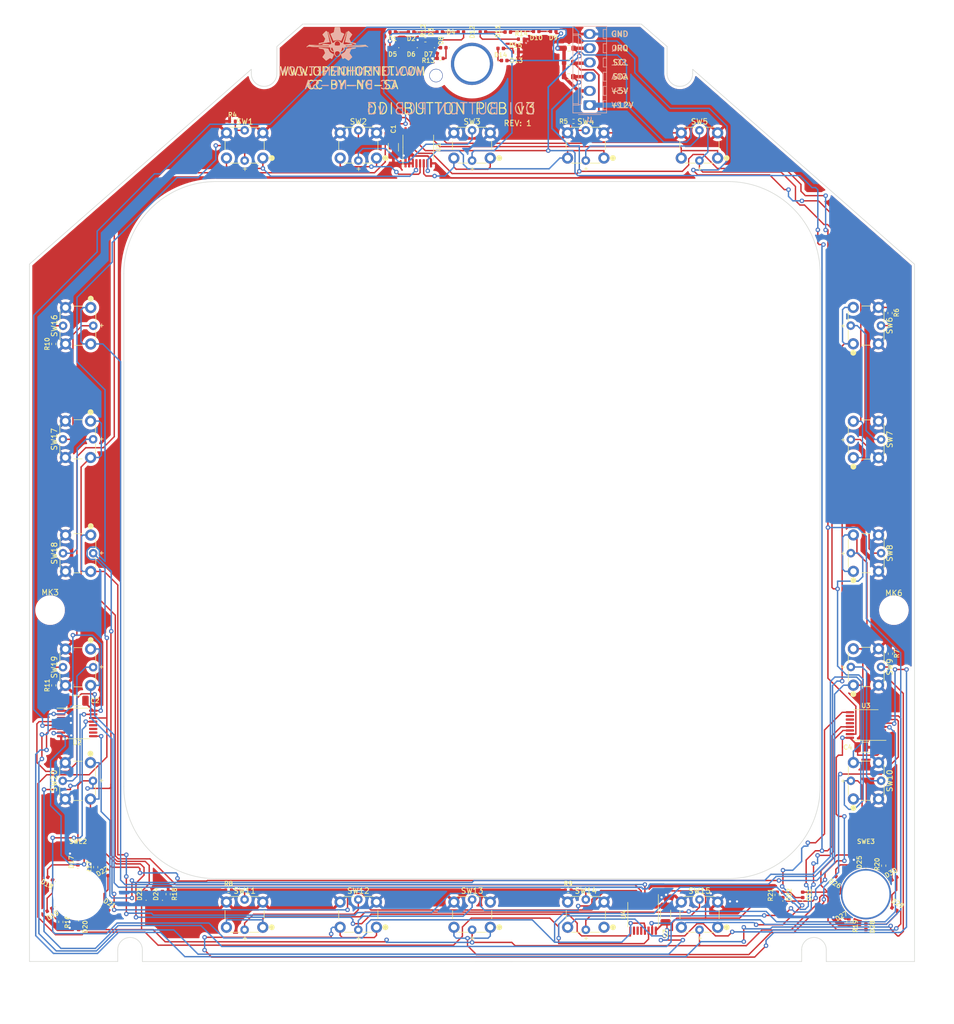
<source format=kicad_pcb>
(kicad_pcb (version 20240108) (generator "pcbnew") (generator_version "8.0")
  (layers (0 "F.Cu" signal) (31 "B.Cu" signal) (34 "B.Paste" user) (35 "F.Paste" user) (36 "B.SilkS" user "B.Silkscreen") (37 "F.SilkS" user "F.Silkscreen") (38 "B.Mask" user) (39 "F.Mask" user) (44 "Edge.Cuts" user))
  (net 0 "")
  (net 1 "+5V")
  (net 2 "SDA")
  (net 3 "SCL")
  (net 4 "IRQ")
  (net 5 "GND")
  (net 6 "Net-(U2-Pad10)")
  (net 7 "Net-(U2-Pad11)")
  (net 8 "Net-(U2-Pad12)")
  (net 9 "Net-(U3-Pad12)")
  (net 10 "Net-(U3-Pad11)")
  (net 11 "Net-(U3-Pad10)")
  (net 12 "Net-(U4-Pad12)")
  (net 13 "Net-(U4-Pad11)")
  (net 14 "Net-(U4-Pad10)")
  (net 15 "Net-(D1-Pad1)")
  (net 16 "Net-(D10-Pad2)")
  (net 17 "Net-(U1-Pad12)")
  (net 18 "Net-(U1-Pad11)")
  (net 19 "Net-(U1-Pad10)")
  (net 20 "VCC")
  (net 21 "Net-(D2-Pad1)")
  (net 22 "Net-(D3-Pad1)")
  (net 23 "Net-(D4-Pad1)")
  (net 24 "Net-(D5-Pad1)")
  (net 25 "Net-(D6-Pad1)")
  (net 26 "Net-(D7-Pad1)")
  (net 27 "Net-(D8-Pad1)")
  (net 28 "Net-(D10-Pad1)")
  (net 29 "Net-(D11-Pad1)")
  (net 30 "Net-(D12-Pad1)")
  (net 31 "Net-(D13-Pad1)")
  (net 32 "Net-(D14-Pad1)")
  (net 33 "Net-(D17-Pad1)")
  (net 34 "Net-(D18-Pad1)")
  (net 35 "Net-(D19-Pad1)")
  (net 36 "Net-(D20-Pad1)")
  (net 37 "Net-(D21-Pad1)")
  (net 38 "Net-(D22-Pad1)")
  (net 39 "Net-(D23-Pad1)")
  (net 40 "Net-(D24-Pad1)")
  (net 41 "Net-(D25-Pad1)")
  (net 42 "Net-(D26-Pad1)")
  (net 43 "Net-(D27-Pad1)")
  (net 44 "Net-(D28-Pad1)")
  (net 45 "Net-(D29-Pad1)")
  (net 46 "Net-(D30-Pad1)")
  (net 47 "Net-(D31-Pad1)")
  (net 48 "Net-(D32-Pad1)")
  (net 49 "Net-(R4-Pad2)")
  (net 50 "Net-(R5-Pad2)")
  (net 51 "Net-(R6-Pad2)")
  (net 52 "Net-(R7-Pad2)")
  (net 53 "Net-(R8-Pad2)")
  (net 54 "Net-(R9-Pad2)")
  (net 55 "Net-(R10-Pad2)")
  (net 56 "Net-(R11-Pad2)")
  (net 57 "Net-(SW1-Pad4)")
  (net 58 "/U1P0")
  (net 59 "/U1P1")
  (net 60 "Net-(SW2-Pad4)")
  (net 61 "/U1P2")
  (net 62 "/U1P3")
  (net 63 "Net-(SW4-Pad4)")
  (net 64 "/U1P4")
  (net 65 "/U2P0")
  (net 66 "Net-(SW6-Pad4)")
  (net 67 "Net-(SW7-Pad4)")
  (net 68 "/U2P1")
  (net 69 "/U2P2")
  (net 70 "Net-(SW10-Pad3)")
  (net 71 "/U2P3")
  (net 72 "/U2P4")
  (net 73 "Net-(SW11-Pad4)")
  (net 74 "/U3P0")
  (net 75 "/U3P1")
  (net 76 "Net-(SW12-Pad4)")
  (net 77 "/U3P2")
  (net 78 "/U3P3")
  (net 79 "Net-(SW14-Pad4)")
  (net 80 "/U3P4")
  (net 81 "Net-(SW16-Pad4)")
  (net 82 "/U4P0")
  (net 83 "/U4P1")
  (net 84 "Net-(SW17-Pad4)")
  (net 85 "/U4P2")
  (net 86 "/U4P3")
  (net 87 "Net-(SW19-Pad4)")
  (net 88 "/U4P4")
  (footprint "OH_Footprints:C_1206_3216Metric" (layer "F.Cu") (at 193.659691 -212.319824 -90)
    (property "Reference" "C1")
    (property "Value" "47uF")
  )
  (footprint "OH_Footprints:C_1206_3216Metric" (layer "F.Cu") (at 137.144691 -113.513824 180)
    (property "Reference" "C2")
    (property "Value" "47uF")
  )
  (footprint "OH_Footprints:C_1206_3216Metric" (layer "F.Cu") (at 242.300691 -75.413824 90)
    (property "Reference" "C3")
    (property "Value" "47uF")
  )
  (footprint "OH_Footprints:C_1206_3216Metric" (layer "F.Cu") (at 278.114691 -105.195324)
    (property "Reference" "C4")
    (property "Value" "47uF")
  )
  (footprint "OH_Footprints:LED_0402_1005Metric" (layer "F.Cu") (at 193.532691 -232.893824 180)
    (property "Reference" "D1")
    (property "Value" "LED")
  )
  (footprint "OH_Footprints:LED_0402_1005Metric" (layer "F.Cu") (at 196.834691 -232.893824 180)
    (property "Reference" "D2")
    (property "Value" "LED")
  )
  (footprint "OH_Footprints:LED_0402_1005Metric" (layer "F.Cu") (at 201.937691 -232.893824 180)
    (property "Reference" "D3")
    (property "Value" "LED")
  )
  (footprint "OH_Footprints:LED_0402_1005Metric" (layer "F.Cu") (at 205.724691 -232.893824 180)
    (property "Reference" "D4")
    (property "Value" "LED")
  )
  (footprint "OH_Footprints:LED_0402_1005Metric" (layer "F.Cu") (at 193.532691 -230.099824 180)
    (property "Reference" "D5")
    (property "Value" "LED")
  )
  (footprint "OH_Footprints:LED_0402_1005Metric" (layer "F.Cu") (at 196.834691 -230.099824 180)
    (property "Reference" "D6")
    (property "Value" "LED")
  )
  (footprint "OH_Footprints:LED_0402_1005Metric" (layer "F.Cu") (at 199.905691 -230.099824 180)
    (property "Reference" "D7")
    (property "Value" "LED")
  )
  (footprint "OH_Footprints:LED_0402_1005Metric" (layer "F.Cu") (at 202.572691 -230.099824 180)
    (property "Reference" "D8")
    (property "Value" "LED")
  )
  (footprint "OH_Footprints:LED_0402_1005Metric" (layer "F.Cu") (at 222.234691 -233.020824)
    (property "Reference" "D9")
    (property "Value" "LED")
  )
  (footprint "OH_Footprints:LED_0402_1005Metric" (layer "F.Cu") (at 219.186691 -233.020824)
    (property "Reference" "D10")
    (property "Value" "LED")
  )
  (footprint "OH_Footprints:LED_0402_1005Metric" (layer "F.Cu") (at 214.106691 -232.893824)
    (property "Reference" "D11")
    (property "Value" "LED")
  )
  (footprint "OH_Footprints:LED_0402_1005Metric" (layer "F.Cu") (at 209.661691 -232.893824)
    (property "Reference" "D12")
    (property "Value" "LED")
  )
  (footprint "OH_Footprints:LED_0402_1005Metric" (layer "F.Cu") (at 213.471691 -227.813824)
    (property "Reference" "D13")
    (property "Value" "LED")
  )
  (footprint "OH_Footprints:LED_0402_1005Metric" (layer "F.Cu") (at 212.836691 -229.972824 180)
    (property "Reference" "D14")
    (property "Value" "LED")
  )
  (footprint "OH_Footprints:LED_0402_1005Metric" (layer "F.Cu") (at 137.271691 -84.684824 90)
    (property "Reference" "D17")
    (property "Value" "LED")
  )
  (footprint "OH_Footprints:LED_0402_1005Metric" (layer "F.Cu") (at 132.318691 -81.763824 150)
    (property "Reference" "D18")
    (property "Value" "LED")
  )
  (footprint "OH_Footprints:LED_0402_1005Metric" (layer "F.Cu") (at 132.191691 -76.175824 -150)
    (property "Reference" "D19")
    (property "Value" "LED")
  )
  (footprint "OH_Footprints:LED_0402_1005Metric" (layer "F.Cu") (at 137.398691 -73.127824 -90)
    (property "Reference" "D20")
    (property "Value" "LED")
  )
  (footprint "OH_Footprints:LED_0402_1005Metric" (layer "F.Cu") (at 142.351691 -76.302824 -30)
    (property "Reference" "D21")
    (property "Value" "LED")
  )
  (footprint "OH_Footprints:LED_0402_1005Metric" (layer "F.Cu") (at 142.224691 -82.017824 30)
    (property "Reference" "D22")
    (property "Value" "LED")
  )
  (footprint "OH_Footprints:LED_0402_1005Metric" (layer "F.Cu") (at 149.463691 -78.969824 90)
    (property "Reference" "D23")
    (property "Value" "LED")
  )
  (footprint "OH_Footprints:LED_0402_1005Metric" (layer "F.Cu") (at 152.384691 -78.969824 90)
    (property "Reference" "D24")
    (property "Value" "LED")
  )
  (footprint "OH_Footprints:LED_0402_1005Metric" (layer "F.Cu") (at 278.114691 -84.684824 90)
    (property "Reference" "D25")
    (property "Value" "LED")
  )
  (footprint "OH_Footprints:LED_0402_1005Metric" (layer "F.Cu") (at 273.161691 -81.890824 150)
    (property "Reference" "D26")
    (property "Value" "LED")
  )
  (footprint "OH_Footprints:LED_0402_1005Metric" (layer "F.Cu") (at 273.161691 -76.048824 -150)
    (property "Reference" "D27")
    (property "Value" "LED")
  )
  (footprint "OH_Footprints:LED_0402_1005Metric" (layer "F.Cu") (at 278.114691 -73.127824 -90)
    (property "Reference" "D28")
    (property "Value" "LED")
  )
  (footprint "OH_Footprints:LED_0402_1005Metric" (layer "F.Cu") (at 283.194691 -76.302824 -30)
    (property "Reference" "D29")
    (property "Value" "LED")
  )
  (footprint "OH_Footprints:LED_0402_1005Metric" (layer "F.Cu") (at 283.194691 -81.763824 30)
    (property "Reference" "D30")
    (property "Value" "LED")
  )
  (footprint "OH_Footprints:LED_0402_1005Metric" (layer "F.Cu") (at 266.811691 -78.842824 90)
    (property "Reference" "D31")
    (property "Value" "LED")
  )
  (footprint "OH_Footprints:LED_0402_1005Metric" (layer "F.Cu") (at 263.255691 -78.842824 90)
    (property "Reference" "D32")
    (property "Value" "LED")
  )
  (footprint "OH_Footprints:R_0603_1608Metric" (layer "F.Cu") (at 225.049926 -230.005564)
    (property "Reference" "R1" (hide yes))
    (property "Value" "10K" (hide yes))
  )
  (footprint "OH_Footprints:R_0603_1608Metric" (layer "F.Cu") (at 224.986926 -227.465564)
    (property "Reference" "R2" (hide yes))
    (property "Value" "10K" (hide yes))
  )
  (footprint "OH_Footprints:R_0603_1608Metric" (layer "F.Cu") (at 224.986926 -224.925564)
    (property "Reference" "R3" (hide yes))
    (property "Value" "10K")
  )
  (footprint "OH_Footprints:R_0402_1005Metric" (layer "F.Cu") (at 164.894191 -216.955324)
    (property "Reference" "R4")
    (property "Value" "150")
  )
  (footprint "OH_Footprints:R_0402_1005Metric" (layer "F.Cu") (at 225.854191 -216.955324)
    (property "Reference" "R5")
    (property "Value" "270")
  )
  (footprint "OH_Footprints:R_0402_1005Metric" (layer "F.Cu") (at 282.432691 -182.728824 -90)
    (property "Reference" "R6")
    (property "Value" "150")
  )
  (footprint "OH_Footprints:R_0402_1005Metric" (layer "F.Cu") (at 164.195691 -79.668324)
    (property "Reference" "R8")
    (property "Value" "150")
  )
  (footprint "OH_Footprints:R_0402_1005Metric" (layer "F.Cu") (at 224.901691 -79.668324)
    (property "Reference" "R9")
    (property "Value" "270")
  )
  (footprint "OH_Footprints:R_0402_1005Metric" (layer "F.Cu") (at 132.953691 -177.204324 90)
    (property "Reference" "R10")
    (property "Value" "150")
  )
  (footprint "OH_Footprints:R_0402_1005Metric" (layer "F.Cu") (at 132.953691 -116.244324 90)
    (property "Reference" "R11")
    (property "Value" "270")
  )
  (footprint "OH_Footprints:R_0402_1005Metric" (layer "F.Cu") (at 199.376691 -231.496824 180)
    (property "Reference" "R12")
    (property "Value" "33")
  )
  (footprint "OH_Footprints:R_0402_1005Metric" (layer "F.Cu") (at 202.041691 -228.194824 180)
    (property "Reference" "R13")
    (property "Value" "33")
  )
  (footprint "OH_Footprints:R_0402_1005Metric" (layer "F.Cu") (at 216.519691 -231.623824)
    (property "Reference" "R14")
    (property "Value" "33")
  )
  (footprint "OH_Footprints:R_0402_1005Metric" (layer "F.Cu") (at 215.503691 -229.337824)
    (property "Reference" "R15")
    (property "Value" "270")
  )
  (footprint "OH_Footprints:R_0402_1005Metric" (layer "F.Cu") (at 134.223691 -74.016824 -90)
    (property "Reference" "R16")
    (property "Value" "150")
  )
  (footprint "OH_Footprints:R_0402_1005Metric" (layer "F.Cu") (at 140.446691 -83.795824 90)
    (property "Reference" "R17")
    (property "Value" "150")
  )
  (footprint "OH_Footprints:R_0402_1005Metric" (layer "F.Cu") (at 153.400691 -78.969824 90)
    (property "Reference" "R18")
    (property "Value" "270")
  )
  (footprint "OH_Footprints:R_0402_1005Metric" (layer "F.Cu") (at 275.066691 -74.016824 -90)
    (property "Reference" "R19")
    (property "Value" "150")
  )
  (footprint "OH_Footprints:R_0402_1005Metric" (layer "F.Cu") (at 281.289691 -84.049824 90)
    (property "Reference" "R20")
    (property "Value" "150")
  )
  (footprint "OH_Footprints:R_0402_1005Metric" (layer "F.Cu") (at 262.239691 -78.842824 90)
    (property "Reference" "R21")
    (property "Value" "270")
  )
  (footprint "OH_Footprints:TSSOP-16_4.4x5mm_P0.65mm" (layer "F.Cu") (at 198.104691 -212.319824 90)
    (property "Reference" "U1")
    (property "Value" "TCA9554PWR")
  )
  (footprint "OH_Footprints:TSSOP-16_4.4x5mm_P0.65mm" (layer "F.Cu") (at 137.144691 -109.449824)
    (property "Reference" "U2")
    (property "Value" "TCA9554PWR")
  )
  (footprint "OH_Footprints:TSSOP-16_4.4x5mm_P0.65mm" (layer "F.Cu") (at 278.114691 -109.170424 180)
    (property "Reference" "U3")
    (property "Value" "TCA9554PWR")
  )
  (footprint "OH_Footprints:TSSOP-16_4.4x5mm_P0.65mm" (layer "F.Cu") (at 238.287491 -75.312224 -90)
    (property "Reference" "U4")
    (property "Value" "TCA9554PWR")
  )
  (footprint "OH_Footprints:TL1240GQ" (layer "F.Cu") (at 163.830566 -214.897924)
    (property "Reference" "SW1")
    (property "Value" "TL1240GQ")
  )
  (footprint "OH_Footprints:TL1240GQ" (layer "F.Cu") (at 204.470566 -214.897924)
    (property "Reference" "SW3")
    (property "Value" "TL1240GQ")
  )
  (footprint "OH_Footprints:TL1240GQ" (layer "F.Cu") (at 224.790566 -214.897924)
    (property "Reference" "SW4")
    (property "Value" "TL1240GQ")
  )
  (footprint "OH_Footprints:TL1240GQ" (layer "F.Cu") (at 245.110566 -214.897924)
    (property "Reference" "SW5")
    (property "Value" "TL1240GQ")
  )
  (footprint "OH_Footprints:TL1240GQ" (layer "F.Cu") (at 280.353066 -183.732124 -90)
    (property "Reference" "SW6")
    (property "Value" "TL1240GQ")
  )
  (footprint "OH_Footprints:TL1240GQ" (layer "F.Cu") (at 280.375291 -163.399424 -90)
    (property "Reference" "SW7")
    (property "Value" "TL1240GQ")
  )
  (footprint "OH_Footprints:TL1240GQ" (layer "F.Cu") (at 280.375291 -143.104824 -90)
    (property "Reference" "SW8")
    (property "Value" "TL1240GQ")
  )
  (footprint "OH_Footprints:TL1240GQ" (layer "F.Cu") (at 280.375291 -122.782424 -90)
    (property "Reference" "SW9")
    (property "Value" "TL1240GQ")
  )
  (footprint "OH_Footprints:TL1240GQ" (layer "F.Cu") (at 280.375291 -102.464824 -90)
    (property "Reference" "SW10")
    (property "Value" "TL1240GQ")
  )
  (footprint "OH_Footprints:TL1240GQ" (layer "F.Cu") (at 163.817866 -77.560124)
    (property "Reference" "SW11")
    (property "Value" "TL1240GQ")
  )
  (footprint "OH_Footprints:TL1240GQ" (layer "F.Cu") (at 184.137866 -77.560124)
    (property "Reference" "SW12")
    (property "Value" "TL1240GQ")
  )
  (footprint "OH_Footprints:TL1240GQ" (layer "F.Cu") (at 204.483266 -77.560124)
    (property "Reference" "SW13")
    (property "Value" "TL1240GQ")
  )
  (footprint "OH_Footprints:TL1240GQ" (layer "F.Cu") (at 224.803266 -77.560124)
    (property "Reference" "SW14")
    (property "Value" "TL1240GQ")
  )
  (footprint "OH_Footprints:TL1240GQ" (layer "F.Cu") (at 245.123266 -77.560124)
    (property "Reference" "SW15")
    (property "Value" "TL1240GQ")
  )
  (footprint "OH_Footprints:TL1240GQ" (layer "F.Cu") (at 135.065066 -177.204324 90)
    (property "Reference" "SW16")
    (property "Value" "TL1240GQ")
  )
  (footprint "OH_Footprints:TL1240GQ" (layer "F.Cu") (at 135.039666 -156.935124 90)
    (property "Reference" "SW17")
    (property "Value" "TL1240GQ")
  )
  (footprint "OH_Footprints:TL1240GQ" (layer "F.Cu") (at 135.065066 -136.589724 90)
    (property "Reference" "SW18")
    (property "Value" "TL1240GQ")
  )
  (footprint "OH_Footprints:TL1240GQ" (layer "F.Cu") (at 135.014266 -95.949724 90)
    (property "Reference" "SW20")
    (property "Value" "TL1240GQ")
  )
  (footprint "OH_Footprints:TL1240GQ" (layer "F.Cu") (at 184.150566 -214.897924)
    (property "Reference" "SW2")
    (property "Value" "TL1240GQ")
  )
  (footprint "Switches:MRY106_RotarySW" (layer "F.Cu") (at 207.709066 -227.216924)
    (property "Reference" "SWE1" (hide yes))
    (property "Value" "MRY106_RotarySW" (hide yes))
  )
  (footprint "MountingHole:MountingHole_8.4mm_M8" (layer "F.Cu") (at 137.303441 -78.969824)
    (property "Reference" "SWE2")
    (property "Value" "MountingHole_8.4mm_M8")
  )
  (footprint "MountingHole:MountingHole_8.4mm_M8" (layer "F.Cu") (at 278.114691 -78.969824)
    (property "Reference" "SWE3")
    (property "Value" "MountingHole_8.4mm_M8")
  )
  (footprint "OH_Footprints:R_0402_1005Metric" (layer "F.Cu") (at 282.496191 -121.895824 -90)
    (property "Reference" "R7")
    (property "Value" "270")
  )
  (footprint "OH_Footprints:TL1240GQ" (layer "F.Cu") (at 135.049191 -116.244324 90)
    (property "Reference" "SW19")
    (property "Value" "TL1240GQ")
  )
  (footprint "MountingHole:MountingHole_4.3mm_M4" (layer "F.Cu") (at 132.305987 -129.680924)
    (property "Reference" "MK3")
    (property "Value" "MH")
  )
  (footprint "MountingHole:MountingHole_4.3mm_M4" (layer "F.Cu") (at 283.112145 -129.680924)
    (property "Reference" "MK6")
    (property "Value" "MH")
  )
  (footprint "KiCAD Libraries:OH_LOGO_ONLY_11x6mm" (layer "F.Cu") (at 183.647926 -230.640564)
    (property "Reference" "G***" (hide yes))
    (property "Value" "OH_LOGO_ONLY_11x6mm" (hide yes))
  )
  (footprint "Connector_Molex:Molex_KK-254_AE-6410-06A_1x06_P2.54mm_Vertical" (layer "B.Cu") (at 228.732926 -219.845564 90)
    (property "Reference" "J1")
    (property "Value" "Conn_01x06")
  )
  (footprint "KiCAD Libraries:OH_LOGO_ONLY_11x6mm" (layer "B.Cu") (at 183.647926 -230.640564 180)
    (property "Reference" "G***" (hide yes))
    (property "Value" "OH_LOGO_ONLY_11x6mm" (hide yes))
  )
  (gr_line (start 148.790316 -66.938424) (end 266.627816 -66.942923) (stroke (width 0.1)) (layer "Edge.Cuts"))
  (gr_line (start 242.581383 -230.312549) (end 237.96186 -234.328926) (stroke (width 0.1)) (layer "Edge.Cuts"))
  (gr_line (start 247.153383 -226.248549) (end 286.80606 -191.436078) (stroke (width 0.1)) (layer "Edge.Cuts"))
  (gr_line (start 172.836749 -230.312549) (end 177.45906 -234.328926) (stroke (width 0.1)) (layer "Edge.Cuts"))
  (gr_line (start 168.264749 -226.248549) (end 128.61486 -191.461478) (stroke (width 0.1)) (layer "Edge.Cuts"))
  (gr_line (start 128.61486 -66.950678) (end 128.61486 -191.461478) (stroke (width 0.1)) (layer "Edge.Cuts"))
  (gr_arc (start 266.627816 -69.038424) (mid 268.827816 -71.238424) (end 271.027816 -69.038424) (stroke (width 0.1)) (layer "Edge.Cuts"))
  (gr_line (start 242.581383 -225.486549) (end 242.581383 -230.312549) (stroke (width 0.1)) (layer "Edge.Cuts"))
  (gr_line (start 253.497926 -81.738423) (end 161.920208 -81.738423) (stroke (width 0.1)) (layer "Edge.Cuts"))
  (gr_line (start 148.790316 -69.038424) (end 148.790316 -66.938424) (stroke (width 0.1)) (layer "Edge.Cuts"))
  (gr_line (start 177.45906 -234.328926) (end 237.96186 -234.328926) (stroke (width 0.1)) (layer "Edge.Cuts"))
  (gr_line (start 161.920206 -206.198424) (end 253.497924 -206.198424) (stroke (width 0.1)) (layer "Edge.Cuts"))
  (gr_line (start 266.627816 -69.038424) (end 266.627816 -66.942923) (stroke (width 0.1)) (layer "Edge.Cuts"))
  (gr_arc (start 253.497924 -206.198423) (mid 265.123567 -201.382925) (end 269.939066 -189.757283) (stroke (width 0.1)) (layer "Edge.Cuts"))
  (gr_line (start 172.836749 -225.486549) (end 172.836749 -230.312549) (stroke (width 0.1)) (layer "Edge.Cuts"))
  (gr_arc (start 144.390316 -69.038424) (mid 146.590316 -71.238424) (end 148.790316 -69.038424) (stroke (width 0.1)) (layer "Edge.Cuts"))
  (gr_line (start 128.61486 -66.950678) (end 144.390316 -66.950678) (stroke (width 0.1)) (layer "Edge.Cuts"))
  (gr_line (start 144.390316 -69.038424) (end 144.390316 -66.950678) (stroke (width 0.1)) (layer "Edge.Cuts"))
  (gr_line (start 247.153383 -225.486549) (end 247.153383 -226.248549) (stroke (width 0.1)) (layer "Edge.Cuts"))
  (gr_line (start 269.939066 -189.757283) (end 269.939064 -98.179565) (stroke (width 0.1)) (layer "Edge.Cuts"))
  (gr_arc (start 161.920208 -81.738424) (mid 150.294565 -86.553922) (end 145.479066 -98.179564) (stroke (width 0.1)) (layer "Edge.Cuts"))
  (gr_line (start 286.80606 -66.942923) (end 271.027816 -66.942923) (stroke (width 0.1)) (layer "Edge.Cuts"))
  (gr_arc (start 269.939067 -98.179565) (mid 265.123569 -86.553922) (end 253.497926 -81.738423) (stroke (width 0.1)) (layer "Edge.Cuts"))
  (gr_line (start 168.264749 -225.486549) (end 168.264749 -226.248549) (stroke (width 0.1)) (layer "Edge.Cuts"))
  (gr_arc (start 172.836749 -225.486549) (mid 170.550749 -223.200549) (end 168.264749 -225.486549) (stroke (width 0.1)) (layer "Edge.Cuts"))
  (gr_line (start 271.027816 -69.038424) (end 271.027816 -66.942923) (stroke (width 0.1)) (layer "Edge.Cuts"))
  (gr_line (start 145.479066 -98.179564) (end 145.479067 -189.757285) (stroke (width 0.1)) (layer "Edge.Cuts"))
  (gr_arc (start 247.153383 -225.486549) (mid 244.867383 -223.200549) (end 242.581383 -225.486549) (stroke (width 0.1)) (layer "Edge.Cuts"))
  (gr_arc (start 145.479065 -189.757285) (mid 150.294564 -201.382926) (end 161.920206 -206.198424) (stroke (width 0.1)) (layer "Edge.Cuts"))
  (gr_line (start 286.80606 -66.942923) (end 286.80606 -191.436078) (stroke (width 0.1)) (layer "Edge.Cuts"))
  (gr_text "WWW.OPENHORNET.COM\nCC BY-NC-SA" (at 186.028026 -224.671564 0) (layer "B.SilkS") (effects (font (size 1.5 1.5) (thickness 0.2)) (justify mirror)))
  (gr_text "DDI BUTTON PCB v3\n" (at 203.967926 -219.210564 0) (layer "B.SilkS") (effects (font (size 2 2) (thickness 0.2)) (justify mirror)))
  (gr_text "+12V" (at 232.542926 -219.845564 0) (layer "B.SilkS") (effects (font (size 1 1)) (justify right mirror)))
  (gr_text "IRQ" (at 232.542926 -230.005564 0) (layer "B.SilkS") (effects (font (size 1 1)) (justify right mirror)))
  (gr_text "SDA" (at 232.542926 -224.925564 0) (layer "B.SilkS") (effects (font (size 1 1)) (justify right mirror)))
  (gr_text "GND" (at 232.542926 -232.545564 0) (layer "B.SilkS") (effects (font (size 1 1)) (justify right mirror)))
  (gr_text "+5V" (at 232.542926 -222.385564 0) (layer "B.SilkS") (effects (font (size 1 1)) (justify right mirror)))
  (gr_text "SCL" (at 232.542926 -227.465564 0) (layer "B.SilkS") (effects (font (size 1 1)) (justify right mirror)))
  (gr_text "+5V" (at 235.717926 -222.385564 0) (layer "F.SilkS") (effects (font (size 1 1)) (justify right)))
  (gr_text "IRQ" (at 235.717926 -230.005564 0) (layer "F.SilkS") (effects (font (size 1 1)) (justify right)))
  (gr_text "SCL" (at 235.717926 -227.465564 0) (layer "F.SilkS") (effects (font (size 1 1)) (justify right)))
  (gr_text "+12V" (at 236.647926 -219.845564 0) (layer "F.SilkS") (effects (font (size 1 1)) (justify right)))
  (gr_text "SDA" (at 235.717926 -224.925564 0) (layer "F.SilkS") (effects (font (size 1 1)) (justify right)))
  (gr_text "GND" (at 235.717926 -232.545564 0) (layer "F.SilkS") (effects (font (size 1 1)) (justify right)))
  (gr_text "DDI BUTTON PCB v3\n" (at 203.967926 -219.210564 0) (layer "F.SilkS") (effects (font (size 2 2) (thickness 0.2))))
  (gr_text "REV: 1" (at 215.877826 -216.621564 0) (layer "F.SilkS") (effects (font (size 1 1))))
  (gr_text "WWW.OPENHORNET.COM\nCC BY-NC-SA" (at 186.347826 -224.671564 0) (layer "F.SilkS") (effects (font (size 1.5 1.5) (thickness 0.2))))
  (segment (start 243.5271 -73.8954) (end 244.3208 -74.6891) (width 0.25) (layer "F.Cu") (net 1))
  (segment (start 276.64 -105.195) (end 276.64 -105.508) (width 0.3048) (layer "F.Cu") (net 1))
  (segment (start 138.62 -113.112) (end 138.62 -113.514) (width 0.3048) (layer "F.Cu") (net 1))
  (segment (start 224.161926 -229.942564) (end 224.224926 -230.005564) (width 0.6096) (layer "F.Cu") (net 1))
  (segment (start 140.007 -111.725) (end 138.62 -113.112) (width 0.3048) (layer "F.Cu") (net 1))
  (segment (start 239.912 -79.2992) (end 239.912 -78.1747) (width 0.25) (layer "F.Cu") (net 1))
  (segment (start 273.9145 -106.895) (end 273.9145 -103.7901) (width 0.25) (layer "F.Cu") (net 1))
  (segment (start 141.792 -158.679) (end 143.769926 -160.656926) (width 0.25) (layer "F.Cu") (net 1))
  (segment (start 276.64 -105.508) (end 275.252 -106.895) (width 0.3048) (layer "F.Cu") (net 1))
  (segment (start 137.0885 -125.2087) (end 137.0885 -157.0915) (width 0.25) (layer "F.Cu") (net 1))
  (segment (start 240.162 -79.5492) (end 239.912 -79.2992) (width 0.25) (layer "F.Cu") (net 1))
  (segment (start 243.5271 -72.5231) (end 243.5271 -73.8954) (width 0.25) (layer "F.Cu") (net 1))
  (segment (start 137.0885 -157.0915) (end 138.676 -158.679) (width 0.25) (layer "F.Cu") (net 1))
  (segment (start 192.205 -209.6981) (end 192.205 -213.795) (width 0.25) (layer "F.Cu") (net 1))
  (segment (start 240.562 -78.1747) (end 240.562 -79.5492) (width 0.25) (layer "F.Cu") (net 1))
  (segment (start 241.477487 -70.769) (end 241.466232 -70.757745) (width 0.25) (layer "F.Cu") (net 1))
  (segment (start 140.0075 -111.725) (end 141.3455 -111.725) (width 0.25) (layer "F.Cu") (net 1))
  (segment (start 130.8364 -107.4766) (end 130.8364 -103.1141) (width 0.25) (layer "F.Cu") (net 1))
  (segment (start 276.64 -103.7901) (end 280.1838 -103.7901) (width 0.25) (layer "F.Cu") (net 1))
  (segment (start 226.701926 -222.385564) (end 224.161926 -224.925564) (width 0.6096) (layer "F.Cu") (net 1))
  (segment (start 255.548 -74.6891) (end 258.592668 -77.733768) (width 0.25) (layer "F.Cu") (net 1))
  (segment (start 195.83 -216.5205) (end 193.7925 -216.5205) (width 0.25) (layer "F.Cu") (net 1))
  (segment (start 280.9775 -104.5839) (end 280.9775 -106.895) (width 0.25) (layer "F.Cu") (net 1))
  (segment (start 143.769926 -198.205426) (end 153.345064 -207.780564) (width 0.25) (layer "F.Cu") (net 1))
  (segment (start 153.345064 -207.780564) (end 190.287464 -207.780564) (width 0.25) (layer "F.Cu") (net 1))
  (segment (start 193.66 -213.795) (end 194.442 -213.795) (width 0.3048) (layer "F.Cu") (net 1))
  (segment (start 273.9145 -103.7901) (end 273.2093 -103.7901) (width 0.25) (layer "F.Cu") (net 1))
  (segment (start 249.4601 -74.6891) (end 249.4601 -78.7555) (width 0.25) (layer "F.Cu") (net 1))
  (segment (start 244.3208 -74.6891) (end 249.4601 -74.6891) (width 0.25) (layer "F.Cu") (net 1))
  (segment (start 132.9445 -111.075) (end 134.2825 -111.075) (width 0.25) (layer "F.Cu") (net 1))
  (segment (start 136.3741 -125.2087) (end 137.0885 -125.2087) (width 0.25) (layer "F.Cu") (net 1))
  (segment (start 258.592668 -77.733768) (end 268.587248 -77.733768) (width 0.25) (layer "F.Cu") (net 1))
  (segment (start 274.2626 -84.9249) (end 272.9541 -84.9249) (width 0.25) (layer "F.Cu") (net 1))
  (segment (start 242.3099 -73.9388) (end 242.5599 -73.6888) (width 0.25) (layer "F.Cu") (net 1))
  (segment (start 143.769926 -160.656926) (end 143.769926 -198.205426) (width 0.25) (layer "F.Cu") (net 1))
  (segment (start 224.161926 -224.925564) (end 224.161926 -227.465564) (width 0.6096) (layer "F.Cu") (net 1))
  (segment (start 193.66 -213.795) (end 192.205 -213.795) (width 0.25) (layer "F.Cu") (net 1))
  (segment (start 280.1838 -103.7901) (end 280.9775 -104.5839) (width 0.25) (layer "F.Cu") (net 1))
  (segment (start 242.5599 -73.6888) (end 242.5599 -72.5231) (width 0.25) (layer "F.Cu") (net 1))
  (segment (start 228.732926 -222.385564) (end 226.701926 -222.385564) (width 0.6096) (layer "F.Cu") (net 1))
  (segment (start 270.800571 -82.771371) (end 270.800571 -81.538529) (width 0.25) (layer "F.Cu") (net 1))
  (segment (start 132.9445 -111.1501) (end 132.9445 -111.075) (width 0.25) (layer "F.Cu") (net 1))
  (segment (start 242.5599 -72.5231) (end 243.5271 -72.5231) (width 0.25) (layer "F.Cu") (net 1))
  (segment (start 272.9541 -84.9249) (end 270.800571 -82.771371) (width 0.25) (layer "F.Cu") (net 1))
  (segment (start 245.3872 -70.769) (end 241.477487 -70.769) (width 0.25) (layer "F.Cu") (net 1))
  (segment (start 193.7925 -216.5205) (end 192.205 -214.933) (width 0.25) (layer "F.Cu") (net 1))
  (segment (start 192.205 -214.933) (end 192.205 -213.795) (width 0.25) (layer "F.Cu") (net 1))
  (segment (start 249.4601 -78.7555) (end 248.6664 -79.5492) (width 0.25) (layer "F.Cu") (net 1))
  (segment (start 249.4601 -74.6891) (end 255.548 -74.6891) (width 0.25) (layer "F.Cu") (net 1))
  (segment (start 224.224926 -230.005564) (end 223.017926 -230.005564) (width 0.9144) (layer "F.Cu") (net 1))
  (segment (start 273.2093 -92.859) (end 274.2626 -92.859) (width 0.25) (layer "F.Cu") (net 1))
  (segment (start 248.6664 -79.5492) (end 240.562 -79.5492) (width 0.25) (layer "F.Cu") (net 1))
  (segment (start 242.301 -73.9388) (end 242.3099 -73.9388) (width 0.25) (layer "F.Cu") (net 1))
  (segment (start 275.2525 -106.895) (end 273.9145 -106.895) (width 0.25) (layer "F.Cu") (net 1))
  (segment (start 242.301 -73.9388) (end 242.052 -73.9388) (width 0.3048) (layer "F.Cu") (net 1))
  (segment (start 272.8124 -93.2559) (end 273.2093 -92.859) (width 0.25) (layer "F.Cu") (net 1))
  (segment (start 194.442 -213.795) (end 195.83 -215.182) (width 0.3048) (layer "F.Cu") (net 1))
  (segment (start 240.562 -79.5492) (end 240.162 -79.5492) (width 0.25) (layer "F.Cu") (net 1))
  (segment (start 276.64 -105.195) (end 276.64 -103.7901) (width 0.25) (layer "F.Cu") (net 1))
  (segment (start 272.8124 -103.3932) (end 272.8124 -93.2559) (width 0.25) (layer "F.Cu") (net 1))
  (segment (start 242.052 -73.9388) (end 240.562 -72.4497) (width 0.3048) (layer "F.Cu") (net 1))
  (segment (start 190.287464 -207.780564) (end 192.205 -209.6981) (width 0.25) (layer "F.Cu") (net 1))
  (segment (start 273.2093 -103.7901) (end 272.8124 -103.3932) (width 0.25) (layer "F.Cu") (net 1))
  (segment (start 138.676 -158.679) (end 141.792 -158.679) (width 0.25) (layer "F.Cu") (net 1))
  (segment (start 224.161926 -227.465564) (end 224.161926 -229.942564) (width 0.6096) (layer "F.Cu") (net 1))
  (segment (start 268.587248 -77.733768) (end 269.136221 -78.282741) (width 0.25) (layer "F.Cu") (net 1))
  (via (at 130.8364 -107.4766) (size 0.8) (drill 0.4) (layers "F.Cu" "B.Cu") (net 1))
  (via (at 273.9145 -106.895) (size 0.8) (drill 0.4) (layers "F.Cu" "B.Cu") (net 1))
  (via (at 274.2626 -92.859) (size 0.8) (drill 0.4) (layers "F.Cu" "B.Cu") (net 1))
  (via (at 274.2626 -84.9249) (size 0.8) (drill 0.4) (layers "F.Cu" "B.Cu") (net 1))
  (via (at 269.136221 -78.282741) (size 0.8) (drill 0.4) (layers "F.Cu" "B.Cu") (net 1))
  (via (at 132.9445 -111.1501) (size 0.8) (drill 0.4) (layers "F.Cu" "B.Cu") (net 1))
  (via (at 141.3455 -111.725) (size 0.8) (drill 0.4) (layers "F.Cu" "B.Cu") (net 1))
  (via (at 241.466232 -70.757745) (size 0.8) (drill 0.4) (layers "F.Cu" "B.Cu") (net 1))
  (via (at 242.5599 -72.5231) (size 0.8) (drill 0.4) (layers "F.Cu" "B.Cu") (net 1))
  (via (at 223.017926 -230.005564) (size 0.8) (drill 0.4) (layers "F.Cu" "B.Cu") (net 1))
  (via (at 136.3741 -125.2087) (size 0.8) (drill 0.4) (layers "F.Cu" "B.Cu") (net 1))
  (via (at 130.8364 -103.1141) (size 0.8) (drill 0.4) (layers "F.Cu" "B.Cu") (net 1))
  (via (at 270.800571 -81.538529) (size 0.8) (drill 0.4) (layers "F.Cu" "B.Cu") (net 1))
  (via (at 245.3872 -70.769) (size 0.8) (drill 0.4) (layers "F.Cu" "B.Cu") (net 1))
  (via (at 195.83 -216.5205) (size 0.8) (drill 0.4) (layers "F.Cu" "B.Cu") (net 1))
  (segment (start 242.834989 -72.248011) (end 242.834989 -71.092889) (width 0.25) (layer "B.Cu") (net 1))
  (segment (start 242.5599 -72.5231) (end 242.834989 -72.248011) (width 0.25) (layer "B.Cu") (net 1))
  (segment (start 224.47721 -233.29209) (end 224.4042 -233.29209) (width 0.25) (layer "B.Cu") (net 1))
  (segment (start 195.83 -218.2147) (end 195.83 -216.5205) (width 0.25) (layer "B.Cu") (net 1))
  (segment (start 140.579982 -68.833011) (end 144.32846 -72.581489) (width 0.25) (layer "B.Cu") (net 1))
  (segment (start 224.541926 -233.227374) (end 224.47721 -233.29209) (width 0.25) (layer "B.Cu") (net 1))
  (segment (start 131.9444 -110.9001) (end 131.9444 -107.7266) (width 0.25) (layer "B.Cu") (net 1))
  (segment (start 158.741789 -68.255411) (end 242.873611 -68.255411) (width 0.25) (layer "B.Cu") (net 1))
  (segment (start 132.9445 -111.1501) (end 134.7866 -111.1501) (width 0.25) (layer "B.Cu") (net 1))
  (segment (start 130.8364 -103.1141) (end 130.2998 -102.5775) (width 0.25) (layer "B.Cu") (net 1))
  (segment (start 224.541926 -232.452672) (end 224.541926 -233.026554) (width 0.3048) (layer "B.Cu") (net 1))
  (segment (start 224.541926 -233.026554) (end 224.541926 -233.227374) (width 0.25) (layer "B.Cu") (net 1))
  (segment (start 133.401789 -68.833011) (end 140.579982 -68.833011) (width 0.25) (layer "B.Cu") (net 1))
  (segment (start 242.499845 -70.757745) (end 241.466232 -70.757745) (width 0.25) (layer "B.Cu") (net 1))
  (segment (start 144.32846 -72.581489) (end 154.415711 -72.581489) (width 0.25) (layer "B.Cu") (net 1))
  (segment (start 191.9459 -222.0988) (end 195.83 -218.2147) (width 0.25) (layer "B.Cu") (net 1))
  (segment (start 141.4631 -111.725) (end 141.4631 -123.6212) (width 0.25) (layer "B.Cu") (net 1))
  (segment (start 192.7397 -233.3651) (end 191.9459 -232.5714) (width 0.25) (layer "B.Cu") (net 1))
  (segment (start 136.3741 -112.7376) (end 136.3741 -125.2087) (width 0.25) (layer "B.Cu") (net 1))
  (segment (start 131.6944 -107.4766) (end 130.8364 -107.4766) (width 0.25) (layer "B.Cu") (net 1))
  (segment (start 270.800571 -81.538529) (end 269.136221 -79.874179) (width 0.25) (layer "B.Cu") (net 1))
  (segment (start 141.3455 -111.725) (end 141.4631 -111.725) (width 0.25) (layer "B.Cu") (net 1))
  (segment (start 223.976853 -231.887599) (end 224.541926 -232.452672) (width 0.3048) (layer "B.Cu") (net 1))
  (segment (start 242.834989 -71.092889) (end 242.499845 -70.757745) (width 0.25) (layer "B.Cu") (net 1))
  (segment (start 224.4042 -233.3651) (end 192.7397 -233.3651) (width 0.25) (layer "B.Cu") (net 1))
  (segment (start 269.136221 -79.874179) (end 269.136221 -78.282741) (width 0.25) (layer "B.Cu") (net 1))
  (segment (start 274.2626 -92.859) (end 274.2626 -84.9249) (width 0.25) (layer "B.Cu") (net 1))
  (segment (start 130.2998 -71.935) (end 133.401789 -68.833011) (width 0.25) (layer "B.Cu") (net 1))
  (segment (start 134.7866 -111.1501) (end 136.3741 -112.7376) (width 0.25) (layer "B.Cu") (net 1))
  (segment (start 139.8756 -125.2087) (end 136.3741 -125.2087) (width 0.25) (layer "B.Cu") (net 1))
  (segment (start 191.9459 -232.5714) (end 191.9459 -222.0988) (width 0.25) (layer "B.Cu") (net 1))
  (segment (start 154.415711 -72.581489) (end 158.741789 -68.255411) (width 0.25) (layer "B.Cu") (net 1))
  (segment (start 242.873611 -68.255411) (end 245.3872 -70.769) (width 0.25) (layer "B.Cu") (net 1))
  (segment (start 141.4631 -123.6212) (end 139.8756 -125.2087) (width 0.25) (layer "B.Cu") (net 1))
  (segment (start 132.1944 -111.1501) (end 131.9444 -110.9001) (width 0.25) (layer "B.Cu") (net 1))
  (segment (start 131.9444 -107.7266) (end 131.6944 -107.4766) (width 0.25) (layer "B.Cu") (net 1))
  (segment (start 223.538457 -231.887599) (end 223.976853 -231.887599) (width 0.3048) (layer "B.Cu") (net 1))
  (segment (start 130.2998 -102.5775) (end 130.2998 -71.935) (width 0.25) (layer "B.Cu") (net 1))
  (segment (start 132.9445 -111.1501) (end 132.1944 -111.1501) (width 0.25) (layer "B.Cu") (net 1))
  (segment (start 223.017926 -230.005564) (end 223.017926 -231.367068) (width 0.3048) (layer "B.Cu") (net 1))
  (segment (start 223.017926 -231.367068) (end 223.538457 -231.887599) (width 0.3048) (layer "B.Cu") (net 1))
  (segment (start 204.153028 -207.633772) (end 226.488214 -207.633772) (width 0.25) (layer "F.Cu") (net 2))
  (segment (start 267.2979 -203.6822) (end 266.5042 -204.476) (width 0.25) (layer "F.Cu") (net 2))
  (segment (start 266.5042 -204.476) (end 266.5042 -205.6896) (width 0.25) (layer "F.Cu") (net 2))
  (segment (start 263.651236 -208.542564) (end 251.565836 -208.542564) (width 0.25) (layer "F.Cu") (net 2))
  (segment (start 271.324 -197.5564) (end 271.324 -144.4301) (width 0.25) (layer "F.Cu") (net 2))
  (segment (start 271.324 -117.5224) (end 276.3155 -112.5309) (width 0.25) (layer "F.Cu") (net 2))
  (segment (start 196.48 -215.1825) (end 196.48 -212.8369) (width 0.25) (layer "F.Cu") (net 2))
  (segment (start 239.8095 -73.7877) (end 239.912 -73.7877) (width 0.25) (layer "F.Cu") (net 2))
  (segment (start 226.488214 -207.633772) (end 226.888213 -208.033771) (width 0.25) (layer "F.Cu") (net 2))
  (segment (start 198.0675 -211.2494) (end 200.5374 -211.2494) (width 0.25) (layer "F.Cu") (net 2))
  (segment (start 246.4361 -210.2414) (end 246.4361 -209.1603) (width 0.25) (layer "F.Cu") (net 2))
  (segment (start 245.309571 -208.033771) (end 226.888213 -208.033771) (width 0.25) (layer "F.Cu") (net 2))
  (segment (start 131.2134 -97.6518) (end 135.9261 -97.6518) (width 0.25) (layer "F.Cu") (net 2))
  (segment (start 196.48 -212.8369) (end 198.0675 -211.2494) (width 0.25) (layer "F.Cu") (net 2))
  (segment (start 246.4361 -209.1603) (end 245.309571 -208.033771) (width 0.25) (layer "F.Cu") (net 2))
  (segment (start 249.0733 -211.0351) (end 247.2299 -211.0351) (width 0.25) (layer "F.Cu") (net 2))
  (segment (start 138.3444 -111.075) (end 140.0075 -111.075) (width 0.25) (layer "F.Cu") (net 2))
  (segment (start 276.3155 -107.545) (end 275.2525 -107.545) (width 0.25) (layer "F.Cu") (net 2))
  (segment (start 135.9261 -97.6518) (end 135.9261 -98.3038) (width 0.25) (layer "F.Cu") (net 2))
  (segment (start 266.5042 -205.6896) (end 263.651236 -208.542564) (width 0.25) (layer "F.Cu") (net 2))
  (segment (start 247.2299 -211.0351) (end 246.4361 -210.2414) (width 0.25) (layer "F.Cu") (net 2))
  (segment (start 271.324 -197.5564) (end 270.9133 -197.5564) (width 0.25) (layer "F.Cu") (net 2))
  (segment (start 200.5374 -211.2494) (end 204.153028 -207.633772) (width 0.25) (layer "F.Cu") (net 2))
  (segment (start 270.9133 -203.6822) (end 267.2979 -203.6822) (width 0.25) (layer "F.Cu") (net 2))
  (segment (start 239.912 -73.7877) (end 239.912 -72.4497) (width 0.25) (layer "F.Cu") (net 2))
  (segment (start 251.565836 -208.542564) (end 249.0733 -211.0351) (width 0.25) (layer "F.Cu") (net 2))
  (segment (start 225.811926 -224.925564) (end 228.732926 -224.925564) (width 0.6096) (layer "F.Cu") (net 2))
  (segment (start 271.324 -144.4301) (end 271.324 -117.5224) (width 0.25) (layer "F.Cu") (net 2))
  (segment (start 226.827926 -223.909564) (end 225.811926 -224.925564) (width 0.3048) (layer "F.Cu") (net 2))
  (segment (start 276.3155 -112.5309) (end 276.3155 -107.545) (width 0.25) (layer "F.Cu") (net 2))
  (via (at 131.2134 -97.6518) (size 0.8) (drill 0.4) (layers "F.Cu" "B.Cu") (net 2))
  (via (at 239.8095 -73.7877) (size 0.8) (drill 0.4) (layers "F.Cu" "B.Cu") (net 2))
  (via (at 138.3444 -111.075) (size 0.8) (drill 0.4) (layers "F.Cu" "B.Cu") (net 2))
  (via (at 270.9133 -197.5564) (size 0.8) (drill 0.4) (layers "F.Cu" "B.Cu") (net 2))
  (via (at 270.9133 -203.6822) (size 0.8) (drill 0.4) (layers "F.Cu" "B.Cu") (net 2))
  (via (at 135.9261 -98.3038) (size 0.8) (drill 0.4) (layers "F.Cu" "B.Cu") (net 2))
  (via (at 271.324 -144.4301) (size 0.8) (drill 0.4) (layers "F.Cu" "B.Cu") (net 2))
  (via (at 226.888213 -208.033771) (size 0.8) (drill 0.4) (layers "F.Cu" "B.Cu") (net 2))
  (via (at 226.827926 -223.909564) (size 0.8) (drill 0.4) (layers "F.Cu" "B.Cu") (net 2))
  (segment (start 226.888213 -212.552213) (end 225.134723 -212.552213) (width 0.3048) (layer "B.Cu") (net 2))
  (segment (start 222.001926 -215.68501) (end 222.001926 -219.083564) (width 0.3048) (layer "B.Cu") (net 2))
  (segment (start 226.888213 -212.552213) (end 226.888213 -208.033771) (width 0.25) (layer "B.Cu") (net 2))
  (segment (start 281.743087 -73.58149) (end 260.03201 -73.58149) (width 0.25) (layer "B.Cu") (net 2))
  (segment (start 131.2134 -72.312) (end 134.242378 -69.283022) (width 0.25) (layer "B.Cu") (net 2))
  (segment (start 137.6585 -111.075) (end 138.3444 -111.075) (width 0.25) (layer "B.Cu") (net 2))
  (segment (start 137.6585 -99.0976) (end 137.6585 -111.075) (width 0.25) (layer "B.Cu") (net 2))
  (segment (start 284.342 -122.0441) (end 284.342 -76.180403) (width 0.25) (layer "B.Cu") (net 2))
  (segment (start 131.2134 -97.6518) (end 131.2134 -72.312) (width 0.25) (layer "B.Cu") (net 2))
  (segment (start 222.001926 -219.083564) (end 226.827926 -223.909564) (width 0.3048) (layer "B.Cu") (net 2))
  (segment (start 162.9835 -69.6326) (end 242.4912 -69.6326) (width 0.25) (layer "B.Cu") (net 2))
  (segment (start 243.285 -70.4264) (end 243.285 -73.7877) (width 0.25) (layer "B.Cu") (net 2))
  (segment (start 259.2283 -74.3852) (end 243.8825 -74.3852) (width 0.25) (layer "B.Cu") (net 2))
  (segment (start 144.47846 -73.3679) (end 159.2482 -73.3679) (width 0.25) (layer "B.Cu") (net 2))
  (segment (start 239.8095 -73.7877) (end 243.285 -73.7877) (width 0.25) (layer "B.Cu") (net 2))
  (segment (start 159.2482 -73.3679) (end 162.9835 -69.6326) (width 0.25) (layer "B.Cu") (net 2))
  (segment (start 135.9261 -98.3038) (end 136.8648 -98.3038) (width 0.25) (layer "B.Cu") (net 2))
  (segment (start 260.03201 -73.58149) (end 259.2283 -74.3852) (width 0.25) (layer "B.Cu") (net 2))
  (segment (start 136.8648 -98.3038) (end 137.6585 -99.0976) (width 0.25) (layer "B.Cu") (net 2))
  (segment (start 225.134723 -212.552213) (end 222.001926 -215.68501) (width 0.3048) (layer "B.Cu") (net 2))
  (segment (start 243.8825 -74.3852) (end 243.285 -73.7877) (width 0.25) (layer "B.Cu") (net 2))
  (segment (start 278.1979 -128.1883) (end 284.342 -122.0441) (width 0.25) (layer "B.Cu") (net 2))
  (segment (start 242.4912 -69.6326) (end 243.285 -70.4264) (width 0.25) (layer "B.Cu") (net 2))
  (segment (start 270.9133 -203.6822) (end 270.9133 -197.5564) (width 0.25) (layer "B.Cu") (net 2))
  (segment (start 140.393582 -69.283022) (end 144.47846 -73.3679) (width 0.25) (layer "B.Cu") (net 2))
  (segment (start 284.342 -76.180403) (end 281.743087 -73.58149) (width 0.25) (layer "B.Cu") (net 2))
  (segment (start 134.242378 -69.283022) (end 140.393582 -69.283022) (width 0.25) (layer "B.Cu") (net 2))
  (segment (start 278.1979 -142.8426) (end 278.1979 -128.1883) (width 0.25) (layer "B.Cu") (net 2))
  (segment (start 276.6104 -144.4301) (end 278.1979 -142.8426) (width 0.25) (layer "B.Cu") (net 2))
  (segment (start 271.324 -144.4301) (end 276.6104 -144.4301) (width 0.25) (layer "B.Cu") (net 2))
  (segment (start 223.2029 -71.1117) (end 223.2029 -73.1093) (width 0.25) (layer "F.Cu") (net 3))
  (segment (start 161.9141 -212.6318) (end 184.3075 -212.6318) (width 0.25) (layer "F.Cu") (net 3))
  (segment (start 272.4354 -106.6075) (end 274.0229 -108.195) (width 0.25) (layer "F.Cu") (net 3))
  (segment (start 202.799 -213.4334) (end 202.799 -214.8476) (width 0.25) (layer "F.Cu") (net 3))
  (segment (start 272.4354 -86.6887) (end 272.4354 -106.6075) (width 0.25) (layer "F.Cu") (net 3))
  (segment (start 225.942727 -227.334763) (end 228.602125 -227.334763) (width 0.6096) (layer "F.Cu") (net 3))
  (segment (start 225.811926 -227.465564) (end 225.942727 -227.334763) (width 0.6096) (layer "F.Cu") (net 3))
  (segment (start 230.3821 -225.230138) (end 229.452674 -226.159564) (width 0.3048) (layer "F.Cu") (net 3))
  (segment (start 195.9112 -217.6226) (end 196.7049 -216.8288) (width 0.25) (layer "F.Cu") (net 3))
  (segment (start 205.9966 -71.4484) (end 204.4091 -69.8609) (width 0.25) (layer "F.Cu") (net 3))
  (segment (start 196.7049 -216.8288) (end 196.7049 -216.4351) (width 0.25) (layer "F.Cu") (net 3))
  (segment (start 268.7511 -80.6879) (end 268.7511 -84.4447) (width 0.25) (layer "F.Cu") (net 3))
  (segment (start 139.2726 -100.2868) (end 142.4476 -103.4618) (width 0.25) (layer "F.Cu") (net 3))
  (segment (start 269.4762 -85.8949) (end 271.6417 -85.8949) (width 0.25) (layer "F.Cu") (net 3))
  (segment (start 142.4476 -103.4618) (end 142.4476 -110.425) (width 0.25) (layer "F.Cu") (net 3))
  (segment (start 187.4825 -217.6226) (end 195.9112 -217.6226) (width 0.25) (layer "F.Cu") (net 3))
  (segment (start 227.117926 -226.159564) (end 225.811926 -227.465564) (width 0.3048) (layer "F.Cu") (net 3))
  (segment (start 133.267122 -71.731478) (end 130.1113 -74.8873) (width 0.25) (layer "F.Cu") (net 3))
  (segment (start 204.4091 -69.8609) (end 151.6004 -69.8609) (width 0.25) (layer "F.Cu") (net 3))
  (segment (start 238.4683 -70.1459) (end 239.262 -70.9397) (width 0.25) (layer "F.Cu") (net 3))
  (segment (start 138.01486 -71.731478) (end 133.267122 -71.731478) (width 0.25) (layer "F.Cu") (net 3))
  (segment (start 185.895 -216.0351) (end 187.4825 -217.6226) (width 0.25) (layer "F.Cu") (net 3))
  (segment (start 185.895 -214.2193) (end 185.895 -216.0351) (width 0.25) (layer "F.Cu") (net 3))
  (segment (start 223.2029 -73.1093) (end 221.6154 -74.6968) (width 0.25) (layer "F.Cu") (net 3))
  (segment (start 197.13 -216.4351) (end 197.13 -215.1825) (width 0.25) (layer "F.Cu") (net 3))
  (segment (start 259.939 -75.1698) (end 263.437162 -75.1698) (width 0.25) (layer "F.Cu") (net 3))
  (segment (start 227.9595 -213.0365) (end 203.1959 -213.0365) (width 0.25) (layer "F.Cu") (net 3))
  (segment (start 151.6004 -69.8609) (end 149.26851 -72.19279) (width 0.25) (layer "F.Cu") (net 3))
  (segment (start 229.547 -215.8056) (end 229.547 -214.624) (width 0.25) (layer "F.Cu") (net 3))
  (segment (start 207.5841 -74.6968) (end 205.9966 -73.1093) (width 0.25) (layer "F.Cu") (net 3))
  (segment (start 130.1113 -98.6993) (end 131.6988 -100.2868) (width 0.25) (layer "F.Cu") (net 3))
  (segment (start 228.602125 -227.334763) (end 228.732926 -227.465564) (width 0.6096) (layer "F.Cu") (net 3))
  (segment (start 138.476172 -72.19279) (end 138.01486 -71.731478) (width 0.25) (layer "F.Cu") (net 3))
  (segment (start 230.3821 -216.6407) (end 229.547 -215.8056) (width 0.25) (layer "F.Cu") (net 3))
  (segment (start 201.2115 -216.4351) (end 197.13 -216.4351) (width 0.25) (layer "F.Cu") (net 3))
  (segment (start 130.1113 -74.8873) (end 130.1113 -98.6993) (width 0.25) (layer "F.Cu") (net 3))
  (segment (start 239.262 -70.9397) (end 239.262 -72.4497) (width 0.25) (layer "F.Cu") (net 3))
  (segment (start 205.9966 -73.1093) (end 205.9966 -71.4484) (width 0.25) (layer "F.Cu") (net 3))
  (segment (start 274.0229 -108.195) (end 275.2525 -108.195) (width 0.25) (layer "F.Cu") (net 3))
  (segment (start 184.3075 -212.6318) (end 185.895 -214.2193) (width 0.25) (layer "F.Cu") (net 3))
  (segment (start 223.2029 -70.1459) (end 238.4683 -70.1459) (width 0.25) (layer "F.Cu") (net 3))
  (segment (start 230.3821 -216.6407) (end 230.3821 -225.230138) (width 0.3048) (layer "F.Cu") (net 3))
  (segment (start 142.4476 -124.7211) (end 142.4476 -110.425) (width 0.25) (layer "F.Cu") (net 3))
  (segment (start 271.6417 -85.8949) (end 272.4354 -86.6887) (width 0.25) (layer "F.Cu") (net 3))
  (segment (start 202.799 -214.8476) (end 201.2115 -216.4351) (width 0.25) (layer "F.Cu") (net 3))
  (segment (start 223.2029 -71.1117) (end 223.2029 -70.1459) (width 0.25) (layer "F.Cu") (net 3))
  (segment (start 229.452674 -226.159564) (end 227.117926 -226.159564) (width 0.3048) (layer "F.Cu") (net 3))
  (segment (start 131.6988 -100.2868) (end 139.2726 -100.2868) (width 0.25) (layer "F.Cu") (net 3))
  (segment (start 140.0075 -110.425) (end 142.4476 -110.425) (width 0.25) (layer "F.Cu") (net 3))
  (segment (start 149.26851 -72.19279) (end 138.476172 -72.19279) (width 0.25) (layer "F.Cu") (net 3))
  (segment (start 221.6154 -74.6968) (end 207.5841 -74.6968) (width 0.25) (layer "F.Cu") (net 3))
  (segment (start 229.547 -214.624) (end 227.9595 -213.0365) (width 0.25) (layer "F.Cu") (net 3))
  (segment (start 203.1959 -213.0365) (end 202.799 -213.4334) (width 0.25) (layer "F.Cu") (net 3))
  (segment (start 196.7049 -216.4351) (end 197.13 -216.4351) (width 0.25) (layer "F.Cu") (net 3))
  (segment (start 263.437162 -75.1698) (end 264.712926 -76.445564) (width 0.25) (layer "F.Cu") (net 3))
  (via (at 269.4762 -85.8949) (size 0.8) (drill 0.4) (layers "F.Cu" "B.Cu") (net 3))
  (via (at 268.7511 -80.6879) (size 0.8) (drill 0.4) (layers "F.Cu" "B.Cu") (net 3))
  (via (at 264.712926 -76.445564) (size 0.8) (drill 0.4) (layers "F.Cu" "B.Cu") (net 3))
  (via (at 268.7511 -84.4447) (size 0.8) (drill 0.4) (layers "F.Cu" "B.Cu") (net 3))
  (via (at 259.939 -75.1698) (size 0.8) (drill 0.4) (layers "F.Cu" "B.Cu") (net 3))
  (via (at 161.9141 -212.6318) (size 0.8) (drill 0.4) (layers "F.Cu" "B.Cu") (net 3))
  (via (at 223.2029 -71.1117) (size 0.8) (drill 0.4) (layers "F.Cu" "B.Cu") (net 3))
  (via (at 142.4476 -124.7211) (size 0.8) (drill 0.4) (layers "F.Cu" "B.Cu") (net 3))
  (segment (start 139.493305 -138.752723) (end 140.465867 -138.752723) (width 0.25) (layer "B.Cu") (net 3))
  (segment (start 154.9825 -206.9001) (end 143.406 -195.3236) (width 0.25) (layer "B.Cu") (net 3))
  (segment (start 142.118926 -169.019474) (end 142.118926 -138.372484) (width 0.25) (layer "B.Cu") (net 3))
  (segment (start 140.465867 -138.752723) (end 142.118926 -137.099664) (width 0.25) (layer "B.Cu") (net 3))
  (segment (start 137.1095 -185.5194) (end 137.1095 -174.0289) (width 0.25) (layer "B.Cu") (net 3))
  (segment (start 138.928065 -140.361485) (end 138.928065 -139.317963) (width 0.25) (layer "B.Cu") (net 3))
  (segment (start 267.769365 -75.775565) (end 265.382925 -75.775565) (width 0.25) (layer "B.Cu") (net 3))
  (segment (start 224.717389 -75.096789) (end 259.865989 -75.096789) (width 0.25) (layer "B.Cu") (net 3))
  (segment (start 142.118926 -138.372484) (end 141.102067 -139.389343) (width 0.25) (layer "B.Cu") (net 3))
  (segment (start 138.928065 -139.317963) (end 139.493305 -138.752723) (width 0.25) (layer "B.Cu") (net 3))
  (segment (start 142.118926 -137.099664) (end 142.118926 -125.103564) (width 0.25) (layer "B.Cu") (net 3))
  (segment (start 137.1095 -174.0289) (end 142.118926 -169.019474) (width 0.25) (layer "B.Cu") (net 3))
  (segment (start 143.406 -191.8158) (end 137.1095 -185.5194) (width 0.25) (layer "B.Cu") (net 3))
  (segment (start 158.7391 -206.9001) (end 154.9825 -206.9001) (width 0.25) (layer "B.Cu") (net 3))
  (segment (start 140.536827 -140.926725) (end 139.493305 -140.926725) (width 0.25) (layer "B.Cu") (net 3))
  (segment (start 268.351101 -80.287901) (end 268.351101 -76.357301) (width 0.25) (layer "B.Cu") (net 3))
  (segment (start 259.865989 -75.096789) (end 259.939 -75.1698) (width 0.25) (layer "B.Cu") (net 3))
  (segment (start 142.50139 -124.7211) (end 142.4476 -124.7211) (width 0.25) (layer "B.Cu") (net 3))
  (segment (start 161.9141 -210.0751) (end 158.7391 -206.9001) (width 0.25) (layer "B.Cu") (net 3))
  (segment (start 268.351101 -76.357301) (end 267.769365 -75.775565) (width 0.25) (layer "B.Cu") (net 3))
  (segment (start 269.4762 -84.4447) (end 269.4762 -85.8949) (width 0.25) (layer "B.Cu") (net 3))
  (segment (start 268.7511 -80.6879) (end 268.351101 -80.287901) (width 0.25) (layer "B.Cu") (net 3))
  (segment (start 141.102067 -140.361485) (end 140.536827 -140.926725) (width 0.25) (layer "B.Cu") (net 3))
  (segment (start 141.102067 -139.389343) (end 141.102067 -140.361485) (width 0.25) (layer "B.Cu") (net 3))
  (segment (start 223.2029 -71.1117) (end 223.2029 -73.5823) (width 0.25) (layer "B.Cu") (net 3))
  (segment (start 265.382925 -75.775565) (end 264.712926 -76.445564) (width 0.25) (layer "B.Cu") (net 3))
  (segment (start 268.7511 -84.4447) (end 269.4762 -84.4447) (width 0.25) (layer "B.Cu") (net 3))
  (segment (start 143.406 -195.3236) (end 143.406 -191.8158) (width 0.25) (layer "B.Cu") (net 3))
  (segment (start 142.118926 -125.103564) (end 142.50139 -124.7211) (width 0.25) (layer "B.Cu") (net 3))
  (segment (start 139.493305 -140.926725) (end 138.928065 -140.361485) (width 0.25) (layer "B.Cu") (net 3))
  (segment (start 223.2029 -73.5823) (end 224.717389 -75.096789) (width 0.25) (layer "B.Cu") (net 3))
  (segment (start 161.9141 -212.6318) (end 161.9141 -210.0751) (width 0.25) (layer "B.Cu") (net 3))
  (segment (start 269.52 -195.2067) (end 269.52 -197.5818) (width 0.25) (layer "F.Cu") (net 4))
  (segment (start 273.6459 -108.845) (end 275.2525 -108.845) (width 0.25) (layer "F.Cu") (net 4))
  (segment (start 272.0584 -107.2575) (end 273.6459 -108.845) (width 0.25) (layer "F.Cu") (net 4))
  (segment (start 270.5201 -194.9567) (end 269.77 -194.9567) (width 0.25) (layer "F.Cu") (net 4))
  (segment (start 238.5033 -73.7877) (end 238.5033 -73.4396) (width 0.25) (layer "F.Cu") (net 4))
  (segment (start 238.5033 -73.4396) (end 238.612 -73.4396) (width 0.25) (layer "F.Cu") (net 4))
  (segment (start 197.78 -215.1825) (end 197.78 -213.3106) (width 0.25) (layer "F.Cu") (net 4))
  (segment (start 271.2647 -86.7163) (end 272.0584 -87.51) (width 0.25) (layer "F.Cu") (net 4))
  (segment (start 138.6695 -109.775) (end 140.0075 -109.775) (width 0.25) (layer "F.Cu") (net 4))
  (segment (start 236.058 -73.7877) (end 238.5033 -73.7877) (width 0.25) (layer "F.Cu") (net 4))
  (segment (start 270.2641 -86.7163) (end 271.2647 -86.7163) (width 0.25) (layer "F.Cu") (net 4))
  (segment (start 267.432926 -85.066126) (end 267.432926 -80.595564) (width 0.25) (layer "F.Cu") (net 4))
  (segment (start 226.887926 -228.992564) (end 225.874926 -230.005564) (width 0.3048) (layer "F.Cu") (net 4))
  (segment (start 270.2641 -86.7163) (end 269.0831 -86.7163) (width 0.25) (layer "F.Cu") (net 4))
  (segment (start 226.887926 -228.609564) (end 226.887926 -228.992564) (width 0.3048) (layer "F.Cu") (net 4))
  (segment (start 225.874926 -230.005564) (end 228.732926 -230.005564) (width 0.6096) (layer "F.Cu") (net 4))
  (segment (start 272.0584 -87.51) (end 272.0584 -107.2575) (width 0.25) (layer "F.Cu") (net 4))
  (segment (start 269.0831 -86.7163) (end 267.432926 -85.066126) (width 0.25) (layer "F.Cu") (net 4))
  (segment (start 238.612 -73.4396) (end 238.612 -72.4497) (width 0.25) (layer "F.Cu") (net 4))
  (segment (start 269.77 -194.9567) (end 269.52 -195.2067) (width 0.25) (layer "F.Cu") (net 4))
  (segment (start 199.3675 -211.7231) (end 221.3391 -211.7231) (width 0.25) (layer "F.Cu") (net 4))
  (segment (start 136.5469 -89.0245) (end 132.7642 -89.0245) (width 0.25) (layer "F.Cu") (net 4))
  (segment (start 197.78 -213.3106) (end 199.3675 -211.7231) (width 0.25) (layer "F.Cu") (net 4))
  (via (at 269.52 -197.5818) (size 0.8) (drill 0.4) (layers "F.Cu" "B.Cu") (net 4))
  (via (at 267.432926 -80.595564) (size 0.8) (drill 0.4) (layers "F.Cu" "B.Cu") (net 4))
  (via (at 270.2641 -86.7163) (size 0.8) (drill 0.4) (layers "F.Cu" "B.Cu") (net 4))
  (via (at 138.6695 -109.775) (size 0.8) (drill 0.4) (layers "F.Cu" "B.Cu") (net 4))
  (via (at 132.7642 -89.0245) (size 0.8) (drill 0.4) (layers "F.Cu" "B.Cu") (net 4))
  (via (at 270.5201 -194.9567) (size 0.8) (drill 0.4) (layers "F.Cu" "B.Cu") (net 4))
  (via (at 226.887926 -228.609564) (size 0.8) (drill 0.4) (layers "F.Cu" "B.Cu") (net 4))
  (via (at 236.058 -73.7877) (size 0.8) (drill 0.4) (layers "F.Cu" "B.Cu") (net 4))
  (via (at 136.5469 -89.0245) (size 0.8) (drill 0.4) (layers "F.Cu" "B.Cu") (net 4))
  (via (at 221.3391 -211.7231) (size 0.8) (drill 0.4) (layers "F.Cu" "B.Cu") (net 4))
  (segment (start 138.6695 -109.775) (end 138.6695 -108.9899) (width 0.25) (layer "B.Cu") (net 4))
  (segment (start 268.4987 -205.1324) (end 269.1231 -205.1324) (width 0.25) (layer "B.Cu") (net 4))
  (segment (start 234.4705 -70.3866) (end 222.4778 -70.3866) (width 0.25) (layer "B.Cu") (net 4))
  (segment (start 226.6241 -207.272564) (end 266.358536 -207.272564) (width 0.25) (layer "B.Cu") (net 4))
  (segment (start 138.6695 -108.9899) (end 138.0355 -108.3559) (width 0.25) (layer "B.Cu") (net 4))
  (segment (start 270.2641 -194.9567) (end 270.5201 -194.9567) (width 0.25) (layer "B.Cu") (net 4))
  (segment (start 236.058 -71.9741) (end 234.4705 -70.3866) (width 0.25) (layer "B.Cu") (net 4))
  (segment (start 188.8521 -71.9398) (end 188.8521 -73.5915) (width 0.25) (layer "B.Cu") (net 4))
  (segment (start 138.0355 -89.4214) (end 137.6386 -89.0245) (width 0.25) (layer "B.Cu") (net 4))
  (segment (start 222.4778 -73.9593) (end 224.0653 -75.5468) (width 0.25) (layer "B.Cu") (net 4))
  (segment (start 188.8521 -73.5915) (end 189.6459 -74.3852) (width 0.25) (layer "B.Cu") (net 4))
  (segment (start 265.280927 -77.390565) (end 266.415928 -76.255564) (width 0.25) (layer "B.Cu") (net 4))
  (segment (start 133.174282 -71.917718) (end 142.391867 -71.917718) (width 0.25) (layer "B.Cu") (net 4))
  (segment (start 137.6386 -89.0245) (end 136.5469 -89.0245) (width 0.25) (layer "B.Cu") (net 4))
  (segment (start 240.2459 -75.5468) (end 244.914664 -80.215564) (width 0.25) (layer "B.Cu") (net 4))
  (segment (start 222.4778 -70.3866) (end 222.4778 -73.9593) (width 0.25) (layer "B.Cu") (net 4))
  (segment (start 221.3391 -219.305) (end 221.3391 -211.7231) (width 0.25) (layer "B.Cu") (net 4))
  (segment (start 266.358536 -207.272564) (end 268.4987 -205.1324) (width 0.25) (layer "B.Cu") (net 4))
  (segment (start 270.2641 -86.7163) (end 270.2641 -194.9567) (width 0.25) (layer "B.Cu") (net 4))
  (segment (start 188.0584 -71.146) (end 188.8521 -71.9398) (width 0.25) (layer "B.Cu") (net 4))
  (segment (start 226.1161 -207.780564) (end 226.6241 -207.272564) (width 0.25) (layer "B.Cu") (net 4))
  (segment (start 138.0355 -108.3559) (end 138.0355 -89.4214) (width 0.25) (layer "B.Cu") (net 4))
  (segment (start 267.255928 -76.255564) (end 267.832925 -76.832561) (width 0.25) (layer "B.Cu") (net 4))
  (segment (start 244.914664 -80.215564) (end 262.225928 -80.215564) (width 0.25) (layer "B.Cu") (net 4))
  (segment (start 163.3605 -71.146) (end 188.0584 -71.146) (width 0.25) (layer "B.Cu") (net 4))
  (segment (start 144.29206 -73.817911) (end 160.688589 -73.817911) (width 0.25) (layer "B.Cu") (net 4))
  (segment (start 269.1231 -205.1324) (end 269.52 -204.7356) (width 0.25) (layer "B.Cu") (net 4))
  (segment (start 221.3391 -211.7231) (end 225.7192 -211.7231) (width 0.25) (layer "B.Cu") (net 4))
  (segment (start 142.391867 -71.917718) (end 144.29206 -73.817911) (width 0.25) (layer "B.Cu") (net 4))
  (segment (start 221.3391 -219.305) (end 221.3391 -223.060738) (width 0.3048) (layer "B.Cu") (net 4))
  (segment (start 218.4792 -74.3852) (end 222.4778 -70.3866) (width 0.25) (layer "B.Cu") (net 4))
  (segment (start 267.832925 -80.195565) (end 267.432926 -80.595564) (width 0.25) (layer "B.Cu") (net 4))
  (segment (start 132.7642 -89.0245) (end 132.7642 -72.3278) (width 0.25) (layer "B.Cu") (net 4))
  (segment (start 267.832925 -76.832561) (end 267.832925 -80.195565) (width 0.25) (layer "B.Cu") (net 4))
  (segment (start 221.3391 -223.060738) (end 226.887926 -228.609564) (width 0.3048) (layer "B.Cu") (net 4))
  (segment (start 226.1161 -211.3262) (end 226.1161 -207.780564) (width 0.25) (layer "B.Cu") (net 4))
  (segment (start 160.688589 -73.817911) (end 163.3605 -71.146) (width 0.25) (layer "B.Cu") (net 4))
  (segment (start 266.415928 -76.255564) (end 267.255928 -76.255564) (width 0.25) (layer "B.Cu") (net 4))
  (segment (start 132.7642 -72.3278) (end 133.174282 -71.917718) (width 0.25) (layer "B.Cu") (net 4))
  (segment (start 265.050927 -77.390565) (end 265.280927 -77.390565) (width 0.25) (layer "B.Cu") (net 4))
  (segment (start 225.7192 -211.7231) (end 226.1161 -211.3262) (width 0.25) (layer "B.Cu") (net 4))
  (segment (start 189.6459 -74.3852) (end 218.4792 -74.3852) (width 0.25) (layer "B.Cu") (net 4))
  (segment (start 236.058 -73.7877) (end 236.058 -71.9741) (width 0.25) (layer "B.Cu") (net 4))
  (segment (start 262.225928 -80.215564) (end 265.050927 -77.390565) (width 0.25) (layer "B.Cu") (net 4))
  (segment (start 269.52 -204.7356) (end 269.52 -197.5818) (width 0.25) (layer "B.Cu") (net 4))
  (segment (start 224.0653 -75.5468) (end 240.2459 -75.5468) (width 0.25) (layer "B.Cu") (net 4))
  (segment (start 279.589691 -110.795424) (end 280.239691 -111.445424) (width 0.3048) (layer "F.Cu") (net 5))
  (segment (start 135.662186 -110.424824) (end 135.992926 -110.755564) (width 0.3048) (layer "F.Cu") (net 5))
  (segment (start 135.992926 -110.755564) (end 135.023666 -111.724824) (width 0.3048) (layer "F.Cu") (net 5))
  (segment (start 279.972786 -108.195424) (end 280.977191 -108.195424) (width 0.3048) (layer "F.Cu") (net 5))
  (segment (start 199.792122 -210.771989) (end 197.203011 -210.771989) (width 0.3048) (layer "F.Cu") (net 5))
  (segment (start 231.291 -214.898) (end 245.111 -214.898) (width 0.25) (layer "F.Cu") (net 5))
  (segment (start 195.83 -210.845) (end 195.4955 -210.845) (width 0.3048) (layer "F.Cu") (net 5))
  (segment (start 282.433 -183.732) (end 282.433 -183.239) (width 0.25) (layer "F.Cu") (net 5))
  (segment (start 242.300691 -76.888824) (end 236.560891 -76.888824) (width 0.3048) (layer "F.Cu") (net 5))
  (segment (start 135.023666 -111.724824) (end 134.282191 -111.724824) (width 0.3048) (layer "F.Cu") (net 5))
  (segment (start 279.589691 -105.195324) (end 279.589691 -106.895424) (width 0.3048) (layer "F.Cu") (net 5))
  (segment (start 279.589691 -106.895424) (end 279.589691 -107.812329) (width 0.3048) (layer "F.Cu") (net 5))
  (segment (start 193.66 -210.845) (end 195.4955 -210.845) (width 0.3048) (layer "F.Cu") (net 5))
  (segment (start 217.03 -228.2942) (end 217.03 -231.624) (width 0.25) (layer "F.Cu") (net 5))
  (segment (start 195.83 -210.845) (end 196.48 -210.845) (width 0.25) (layer "F.Cu") (net 5))
  (segment (start 224.791 -214.898) (end 225.344 -215.451) (width 0.25) (layer "F.Cu") (net 5))
  (segment (start 197.203011 -210.771989) (end 197.13 -210.845) (width 0.3048) (layer "F.Cu") (net 5))
  (segment (start 135.952186 -107.174824) (end 134.282191 -107.174824) (width 0.3048) (layer "F.Cu") (net 5))
  (segment (start 223.9847 -231.021564) (end 217.631951 -231.021564) (width 0.3048) (layer "F.Cu") (net 5))
  (segment (start 135.065 -177.204) (end 134.555 -176.694) (width 0.25) (layer "F.Cu") (net 5))
  (segment (start 225.5087 -232.545564) (end 223.9847 -231.021564) (width 0.3048) (layer "F.Cu") (net 5))
  (segment (start 217.03 -228.2942) (end 216.014 -228.2942) (width 0.25) (layer "F.Cu") (net 5))
  (segment (start 280.353 -183.732) (end 282.433 -183.732) (width 0.25) (layer "F.Cu") (net 5))
  (segment (start 197.13 -210.845) (end 196.48 -210.845) (width 0.3048) (layer "F.Cu") (net 5))
  (segment (start 279.589691 -107.812329) (end 279.589691 -110.795424) (width 0.3048) (layer "F.Cu") (net 5))
  (segment (start 236.560891 -76.888824) (end 236.012491 -77.437224) (width 0.3048) (layer "F.Cu") (net 5))
  (segment (start 280.239691 -111.445424) (end 280.977191 -111.445424) (width 0.3048) (layer "F.Cu") (net 5))
  (segment (start 197.13 -210.845) (end 197.13 -209.4575) (width 0.25) (layer "F.Cu") (net 5))
  (segment (start 163.818 -79.4798) (end 163.686 -79.4798) (width 0.25) (layer "F.Cu") (net 5))
  (segment (start 200.38 -210.185) (end 199.792122 -210.771989) (width 0.3048) (layer "F.Cu") (net 5))
  (segment (start 279.589691 -107.812329) (end 279.972786 -108.195424) (width 0.3048) (layer "F.Cu") (net 5))
  (segment (start 136.082926 -107.305564) (end 135.952186 -107.174824) (width 0.3048) (layer "F.Cu") (net 5))
  (segment (start 134.282191 -110.424824) (end 135.662186 -110.424824) (width 0.3048) (layer "F.Cu") (net 5))
  (segment (start 200.6614 -228.195) (end 201.532 -228.195) (width 0.25) (layer "F.Cu") (net 5))
  (segment (start 228.732926 -232.545564) (end 225.5087 -232.545564) (width 0.3048) (layer "F.Cu") (net 5))
  (segment (start 242.300691 -76.888824) (end 239.810891 -76.888824) (width 0.3048) (layer "F.Cu") (net 5))
  (segment (start 239.810891 -76.888824) (end 239.262491 -77.437224) (width 0.3048) (layer "F.Cu") (net 5))
  (segment (start 163.686 -79.4798) (end 163.686 -79.6683) (width 0.25) (layer "F.Cu") (net 5))
  (segment (start 193.66 -210.845) (end 194.442 -210.845) (width 0.6096) (layer "F.Cu") (net 5))
  (segment (start 196.48 -210.845) (end 197.13 -210.845) (width 0.25) (layer "F.Cu") (net 5))
  (segment (start 236.012491 -77.437224) (end 236.012491 -78.174724) (width 0.3048) (layer "F.Cu") (net 5))
  (segment (start 225.344 -215.451) (end 225.344 -216.955) (width 0.25) (layer "F.Cu") (net 5))
  (segment (start 239.262491 -77.437224) (end 239.262491 -78.174724) (width 0.3048) (layer "F.Cu") (net 5))
  (segment (start 195.4955 -210.845) (end 195.83 -210.845) (width 0.25) (layer "F.Cu") (net 5))
  (segment (start 279.589691 -106.895424) (end 280.239691 -107.545424) (width 0.3048) (layer "F.Cu") (net 5))
  (segment (start 280.239691 -107.545424) (end 280.977191 -107.545424) (width 0.3048) (layer "F.Cu") (net 5))
  (segment (start 196.48 -210.845) (end 195.83 -210.845) (width 0.3048) (layer "F.Cu") (net 5))
  (segment (start 195.83 -210.845) (end 195.83 -209.4575) (width 0.25) (layer "F.Cu") (net 5))
  (segment (start 200.38 -209.457) (end 200.38 -210.185) (width 0.3048) (layer "F.Cu") (net 5))
  (segment (start 197.9964 -231.497) (end 198.867 -231.497) (width 0.25) (layer "F.Cu") (net 5))
  (segment (start 196.48 -210.845) (end 196.48 -209.4575) (width 0.25) (layer "F.Cu") (net 5))
  (segment (start 163.831 -214.898) (end 164.384 -215.451) (width 0.25) (layer "F.Cu") (net 5))
  (segment (start 217.631951 -231.021564) (end 217.029691 -231.623824) (width 0.3048) (layer "F.Cu") (net 5))
  (segment (start 216.014 -228.2942) (end 216.014 -229.338) (width 0.25) (layer "F.Cu") (net 5))
  (via (at 200.6614 -228.195) (size 0.8) (drill 0.4) (layers "F.Cu" "B.Cu") (net 5))
  (via (at 139.5264 -84.3058) (size 0.8) (drill 0.4) (layers "F.Cu" "B.Cu") (net 5))
  (via (at 250.392926 -79.105564) (size 0.8) (drill 0.4) (layers "F.Cu" "B.Cu") (net 5))
  (via (at 272.312926 -74.855564) (size 0.8) (drill 0.4) (layers "F.Cu" "B.Cu") (net 5))
  (via (at 242.392926 -78.855564) (size 0.8) (drill 0.4) (layers "F.Cu" "B.Cu") (net 5))
  (via (at 135.852926 -86.215564) (size 0.8) (drill 0.4) (layers "F.Cu" "B.Cu") (net 5))
  (via (at 136.082926 -107.305564) (size 0.8) (drill 0.4) (layers "F.Cu" "B.Cu") (net 5))
  (via (at 135.782926 -73.985564) (size 0.8) (drill 0.4) (layers "F.Cu" "B.Cu") (net 5))
  (via (at 136.022926 -109.555564) (size 0.8) (drill 0.4) (layers "F.Cu" "B.Cu") (net 5))
  (via (at 135.992926 -110.755564) (size 0.8) (drill 0.4) (layers "F.Cu" "B.Cu") (net 5))
  (via (at 197.9964 -231.497) (size 0.8) (drill 0.4) (layers "F.Cu" "B.Cu") (net 5))
  (via (at 253.822926 -77.675564) (size 0.8) (drill 0.4) (layers "F.Cu" "B.Cu") (net 5))
  (via (at 241.592926 -78.405564) (size 0.8) (drill 0.4) (layers "F.Cu" "B.Cu") (net 5))
  (via (at 275.952926 -85.105564) (size 0.8) (drill 0.4) (layers "F.Cu" "B.Cu") (net 5))
  (via (at 195.4955 -210.845) (size 0.8) (drill 0.4) (layers "F.Cu" "B.Cu") (net 5))
  (via (at 255.072926 -77.675564) (size 0.8) (drill 0.4) (layers "F.Cu" "B.Cu") (net 5))
  (via (at 135.812926 -72.945564) (size 0.8) (drill 0.4) (layers "F.Cu" "B.Cu") (net 5))
  (segment (start 135.065 -163.435) (end 135.04 -163.435) (width 0.25) (layer "B.Cu") (net 5))
  (segment (start 197.9964 -231.497) (end 199.0739 -231.497) (width 0.25) (layer "B.Cu") (net 5))
  (segment (start 280.353 -177.232) (end 280.375 -177.232) (width 0.25) (layer "B.Cu") (net 5))
  (segment (start 200.6614 -229.9095) (end 200.6614 -228.195) (width 0.25) (layer "B.Cu") (net 5))
  (segment (start 135.04 -143.09) (end 135.065 -143.09) (width 0.25) (layer "B.Cu") (net 5))
  (segment (start 135.065 -122.76) (end 135.049 -122.744) (width 0.25) (layer "B.Cu") (net 5))
  (segment (start 199.0739 -231.497) (end 200.6614 -229.9095) (width 0.25) (layer "B.Cu") (net 5))
  (segment (start 200.6614 -228.195) (end 199.7676 -228.195) (width 0.25) (layer "B.Cu") (net 5))
  (segment (start 194.018 -232.894) (end 196.35 -232.894) (width 0.25) (layer "F.Cu") (net 15))
  (segment (start 221.75 -233.021) (end 219.672 -233.021) (width 0.25) (layer "F.Cu") (net 16))
  (segment (start 271.347928 -75.918172) (end 271.347928 -74.185472) (width 0.25) (layer "F.Cu") (net 20))
  (segment (start 148.6525 -72.6428) (end 148.6525 -79.4548) (width 0.25) (layer "F.Cu") (net 20))
  (segment (start 143.1727 -98.6058) (end 143.1727 -125.853556) (width 0.25) (layer "F.Cu") (net 20))
  (segment (start 266.812 -79.3278) (end 271.3031 -79.3278) (width 0.25) (layer "F.Cu") (net 20))
  (segment (start 270.244924 -78.760566) (end 269.867924 -78.383566) (width 0.25) (layer "F.Cu") (net 20))
  (segment (start 142.9227 -97.8518) (end 143.1727 -98.1018) (width 0.25) (layer "F.Cu") (net 20))
  (segment (start 144.307215 -84.826289) (end 149.296311 -84.826289) (width 0.25) (layer "F.Cu") (net 20))
  (segment (start 148.6525 -72.6428) (end 137.399 -72.6428) (width 0.25) (layer "F.Cu") (net 20))
  (segment (start 143.1727 -98.6058) (end 143.1727 -85.960804) (width 0.25) (layer "F.Cu") (net 20))
  (segment (start 152.8678 -70.4663) (end 150.6912 -72.6428) (width 0.25) (layer "F.Cu") (net 20))
  (segment (start 137.272 -98.406) (end 137.272 -85.1698) (width 0.25) (layer "F.Cu") (net 20))
  (segment (start 272.8879 -85.9609) (end 276.6392 -85.9609) (width 0.25) (layer "F.Cu") (net 20))
  (segment (start 265.5248 -202.8067) (end 266.3186 -202.0129) (width 0.25) (layer "F.Cu") (net 20))
  (segment (start 276.6392 -85.9609) (end 277.4303 -85.1698) (width 0.25) (layer "F.Cu") (net 20))
  (segment (start 193.048 -231.3) (end 193.048 -232.894) (width 0.25) (layer "F.Cu") (net 20))
  (segment (start 269.867924 -77.713566) (end 264.728469 -72.574111) (width 0.25) (layer "F.Cu") (net 20))
  (segment (start 192.4457 -70.4663) (end 152.8678 -70.4663) (width 0.25) (layer "F.Cu") (net 20))
  (segment (start 269.867924 -78.383566) (end 269.867924 -77.713566) (width 0.25) (layer "F.Cu") (net 20))
  (segment (start 271.2554 -198.5351) (end 272.0491 -197.7414) (width 0.25) (layer "F.Cu") (net 20))
  (segment (start 150.6912 -72.6428) (end 148.6525 -72.6428) (width 0.25) (layer "F.Cu") (net 20))
  (segment (start 143.1727 -98.1018) (end 143.1727 -98.6058) (width 0.25) (layer "F.Cu") (net 20))
  (segment (start 270.616 -198.5351) (end 271.2554 -198.5351) (width 0.25) (layer "F.Cu") (net 20))
  (segment (start 265.5248 -205.3126) (end 265.5248 -202.8067) (width 0.25) (layer "F.Cu") (net 20))
  (segment (start 143.1727 -125.853556) (end 143.229905 -125.910761) (width 0.25) (layer "F.Cu") (net 20))
  (segment (start 143.1727 -85.960804) (end 144.307215 -84.826289) (width 0.25) (layer "F.Cu") (net 20))
  (segment (start 256.7362 -69.7689) (end 248.373 -69.7689) (width 0.25) (layer "F.Cu") (net 20))
  (segment (start 271.347928 -78.353566) (end 270.940928 -78.760566) (width 0.25) (layer "F.Cu") (net 20))
  (segment (start 271.347928 -76.007828) (end 271.347928 -79.282972) (width 0.25) (layer "F.Cu") (net 20))
  (segment (start 214.8177 -70.3577) (end 215.4065 -69.7689) (width 0.25) (layer "F.Cu") (net 20))
  (segment (start 148.6525 -79.4548) (end 149.464 -79.4548) (width 0.25) (layer "F.Cu") (net 20))
  (segment (start 267.1382 -202.0129) (end 270.616 -198.5351) (width 0.25) (layer "F.Cu") (net 20))
  (segment (start 271.347928 -75.918172) (end 271.347928 -75.918172) (width 0.25) (layer "F.Cu") (net 20))
  (segment (start 262.929836 -207.907564) (end 265.5248 -205.3126) (width 0.25) (layer "F.Cu") (net 20))
  (segment (start 275.425 -99.215) (end 276.6366 -99.215) (width 0.25) (layer "F.Cu") (net 20))
  (segment (start 139.0008 -97.8518) (end 142.9227 -97.8518) (width 0.25) (layer "F.Cu") (net 20))
  (segment (start 271.347928 -79.282972) (end 271.3031 -79.3278) (width 0.25) (layer "F.Cu") (net 20))
  (segment (start 215.4065 -69.7689) (end 248.373 -69.7689) (width 0.25) (layer "F.Cu") (net 20))
  (segment (start 272.0491 -133.7277) (end 272.2991 -133.4777) (width 0.25) (layer "F.Cu") (net 20))
  (segment (start 270.07557 -83.14857) (end 272.8879 -85.9609) (width 0.25) (layer "F.Cu") (net 20))
  (segment (start 248.373 -72.6101) (end 248.373 -69.7689) (width 0.25) (layer "F.Cu") (net 20))
  (segment (start 277.4303 -98.4213) (end 277.4303 -85.1698) (width 0.25) (layer "F.Cu") (net 20))
  (segment (start 248.361 -208.4876) (end 248.941036 -207.907564) (width 0.25) (layer "F.Cu") (net 20))
  (segment (start 271.347928 -74.185472) (end 272.8906 -72.6428) (width 0.25) (layer "F.Cu") (net 20))
  (segment (start 272.2991 -133.4777) (end 273.0492 -133.4777) (width 0.25) (layer "F.Cu") (net 20))
  (segment (start 271.3031 -75.963) (end 271.347928 -75.918172) (width 0.25) (layer "F.Cu") (net 20))
  (segment (start 270.07557 -80.55533) (end 270.07557 -83.14857) (width 0.25) (layer "F.Cu") (net 20))
  (segment (start 192.4457 -70.8144) (end 192.4457 -70.4663) (width 0.25) (layer "F.Cu") (net 20))
  (segment (start 214.8527 -227.814) (end 213.957 -227.814) (width 0.25) (layer "F.Cu") (net 20))
  (segment (start 271.3031 -79.3278) (end 270.07557 -80.55533) (width 0.25) (layer "F.Cu") (net 20))
  (segment (start 276.6366 -99.215) (end 277.4303 -98.4213) (width 0.25) (layer "F.Cu") (net 20))
  (segment (start 266.3186 -202.0129) (end 267.1382 -202.0129) (width 0.25) (layer "F.Cu") (net 20))
  (segment (start 207.733 -70.3577) (end 207.733 -72.6101) (width 0.25) (layer "F.Cu") (net 20))
  (segment (start 248.941036 -207.907564) (end 262.929836 -207.907564) (width 0.25) (layer "F.Cu") (net 20))
  (segment (start 207.733 -70.3577) (end 214.8177 -70.3577) (width 0.25) (layer "F.Cu") (net 20))
  (segment (start 138.0658 -99.1997) (end 137.272 -98.406) (width 0.25) (layer "F.Cu") (net 20))
  (segment (start 271.3031 -75.963) (end 271.347928 -76.007828) (width 0.25) (layer "F.Cu") (net 20))
  (segment (start 150.017 -84.1056) (end 150.017 -80.8193) (width 0.25) (layer "F.Cu") (net 20))
  (segment (start 149.296311 -84.826289) (end 150.017 -84.1056) (width 0.25) (layer "F.Cu") (net 20))
  (segment (start 272.8906 -72.6428) (end 278.115 -72.6428) (width 0.25) (layer "F.Cu") (net 20))
  (segment (start 139.964 -99.1997) (end 138.0658 -99.1997) (width 0.25) (layer "F.Cu") (net 20))
  (segment (start 270.940928 -78.760566) (end 270.244924 -78.760566) (width 0.25) (layer "F.Cu") (net 20))
  (segment (start 150.017 -80.8193) (end 148.6525 -79.4548) (width 0.25) (layer "F.Cu") (net 20))
  (segment (start 259.541411 -72.574111) (end 256.7362 -69.7689) (width 0.25) (layer "F.Cu") (net 20))
  (segment (start 222.72 -232.64) (end 222.72 -233.021) (width 0.25) (layer "F.Cu") (net 20))
  (segment (start 248.361 -209.948) (end 248.361 -208.4876) (width 0.25) (layer "F.Cu") (net 20))
  (segment (start 193.048 -231.3) (end 193.048 -230.1) (width 0.25) (layer "F.Cu") (net 20))
  (segment (start 223.6157 -232.64) (end 222.72 -232.64) (width 0.25) (layer "F.Cu") (net 20))
  (segment (start 272.0491 -197.7414) (end 272.0491 -133.7277) (width 0.25) (layer "F.Cu") (net 20))
  (segment (start 271.347928 -76.007828) (end 271.347928 -78.353566) (width 0.25) (layer "F.Cu") (net 20))
  (segment (start 264.728469 -72.574111) (end 259.541411 -72.574111) (width 0.25) (layer "F.Cu") (net 20))
  (segment (start 277.4303 -85.1698) (end 278.115 -85.1698) (width 0.25) (layer "F.Cu") (net 20))
  (via (at 273.0492 -133.4777) (size 0.8) (drill 0.4) (layers "F.Cu" "B.Cu") (net 20))
  (via (at 143.229905 -125.910761) (size 0.8) (drill 0.4) (layers "F.Cu" "B.Cu") (net 20))
  (via (at 192.4457 -70.8144) (size 0.8) (drill 0.4) (layers "F.Cu" "B.Cu") (net 20))
  (via (at 193.048 -231.3) (size 0.8) (drill 0.4) (layers "F.Cu" "B.Cu") (net 20))
  (via (at 223.6157 -232.64) (size 0.8) (drill 0.4) (layers "F.Cu" "B.Cu") (net 20))
  (via (at 207.733 -70.3577) (size 0.8) (drill 0.4) (layers "F.Cu" "B.Cu") (net 20))
  (via (at 139.0008 -97.8518) (size 0.8) (drill 0.4) (layers "F.Cu" "B.Cu") (net 20))
  (via (at 214.8527 -227.814) (size 0.8) (drill 0.4) (layers "F.Cu" "B.Cu") (net 20))
  (segment (start 214.8527 -214.8981) (end 211.6777 -211.7231) (width 0.25) (layer "B.Cu") (net 20))
  (segment (start 140.015 -139.84) (end 143.229905 -136.625095) (width 0.25) (layer "B.Cu") (net 20))
  (segment (start 277.629 -117.3155) (end 276.8353 -118.1092) (width 0.25) (layer "B.Cu") (net 20))
  (segment (start 275.425 -99.215) (end 274.2626 -99.215) (width 0.25) (layer "B.Cu") (net 20))
  (segment (start 277.5469 -135.6486) (end 277.5469 -139.0613) (width 0.25) (layer "B.Cu") (net 20))
  (segment (start 276.0415 -94.112) (end 277.629 -95.6995) (width 0.25) (layer "B.Cu") (net 20))
  (segment (start 276.7532 -134.8548) (end 277.5469 -135.6486) (width 0.25) (layer "B.Cu") (net 20))
  (segment (start 277.629 -95.6995) (end 277.629 -117.3155) (width 0.25) (layer "B.Cu") (net 20))
  (segment (start 227.235928 -229.334566) (end 226.539924 -229.334566) (width 0.25) (layer "B.Cu") (net 20))
  (segment (start 225.019358 -227.814) (end 214.8527 -227.814) (width 0.25) (layer "B.Cu") (net 20))
  (segment (start 276.8353 -118.1092) (end 274.6367 -118.1092) (width 0.25) (layer "B.Cu") (net 20))
  (segment (start 214.8527 -227.814) (end 214.8527 -214.8981) (width 0.25) (layer "B.Cu") (net 20))
  (segment (start 249.0733 -216.6236) (end 247.6488 -216.6236) (width 0.25) (layer "B.Cu") (net 20))
  (segment (start 277.5469 -139.0613) (end 276.7532 -139.855) (width 0.25) (layer "B.Cu") (net 20))
  (segment (start 207.721 -211.3262) (end 207.721 -209.948) (width 0.25) (layer "B.Cu") (net 20))
  (segment (start 139.964 -97.8518) (end 139.0008 -97.8518) (width 0.25) (layer "B.Cu") (net 20))
  (segment (start 192.4457 -70.3577) (end 192.4457 -70.8144) (width 0.25) (layer "B.Cu") (net 20))
  (segment (start 211.6777 -232.6051) (end 193.4449 -232.6051) (width 0.25) (layer "B.Cu") (net 20))
  (segment (start 249.867 -211.454) (end 249.867 -215.8299) (width 0.25) (layer "B.Cu") (net 20))
  (segment (start 274.6367 -118.1092) (end 273.0492 -119.6967) (width 0.25) (layer "B.Cu") (net 20))
  (segment (start 227.762928 -228.807566) (end 227.235928 -229.334566) (width 0.25) (layer "B.Cu") (net 20))
  (segment (start 247.6488 -216.6236) (end 246.855 -215.8299) (width 0.25) (layer "B.Cu") (net 20))
  (segment (start 273.0492 -134.8548) (end 273.0492 -133.4777) (width 0.25) (layer "B.Cu") (net 20))
  (segment (start 233.690034 -228.807566) (end 227.762928 -228.807566) (width 0.25) (layer "B.Cu") (net 20))
  (segment (start 273.0492 -134.8548) (end 276.7532 -134.8548) (width 0.25) (layer "B.Cu") (net 20))
  (segment (start 235.33 -227.1676) (end 233.690034 -228.807566) (width 0.25) (layer "B.Cu") (net 20))
  (segment (start 248.361 -209.948) (end 249.867 -211.454) (width 0.25) (layer "B.Cu") (net 20))
  (segment (start 139.964 -99.1997) (end 139.964 -97.8518) (width 0.25) (layer "B.Cu") (net 20))
  (segment (start 276.7532 -139.855) (end 275.425 -139.855) (width 0.25) (layer "B.Cu") (net 20))
  (segment (start 274.2626 -99.215) (end 274.2626 -94.9058) (width 0.25) (layer "B.Cu") (net 20))
  (segment (start 246.855 -215.8299) (end 246.855 -214.0412) (width 0.25) (layer "B.Cu") (net 20))
  (segment (start 241.98009 -213.2474) (end 235.33 -219.89749) (width 0.25) (layer "B.Cu") (net 20))
  (segment (start 246.0613 -213.2474) (end 241.98009 -213.2474) (width 0.25) (layer "B.Cu") (net 20))
  (segment (start 226.539924 -229.334566) (end 225.019358 -227.814) (width 0.25) (layer "B.Cu") (net 20))
  (segment (start 211.6777 -211.7231) (end 208.1179 -211.7231) (width 0.25) (layer "B.Cu") (net 20))
  (segment (start 249.867 -215.8299) (end 249.0733 -216.6236) (width 0.25) (layer "B.Cu") (net 20))
  (segment (start 207.733 -70.3577) (end 192.4457 -70.3577) (width 0.25) (layer "B.Cu") (net 20))
  (segment (start 214.8527 -227.814) (end 214.8527 -229.4301) (width 0.25) (layer "B.Cu") (net 20))
  (segment (start 228.732926 -219.845564) (end 235.33 -219.845564) (width 0.9144) (layer "B.Cu") (net 20))
  (segment (start 193.048 -232.2082) (end 193.048 -231.3) (width 0.25) (layer "B.Cu") (net 20))
  (segment (start 223.6157 -232.64) (end 222.282926 -231.307226) (width 0.25) (layer "B.Cu") (net 20))
  (segment (start 143.229905 -136.625095) (end 143.229905 -125.910761) (width 0.25) (layer "B.Cu") (net 20))
  (segment (start 193.4449 -232.6051) (end 193.048 -232.2082) (width 0.25) (layer "B.Cu") (net 20))
  (segment (start 246.855 -214.0412) (end 246.0613 -213.2474) (width 0.25) (layer "B.Cu") (net 20))
  (segment (start 275.0564 -94.112) (end 276.0415 -94.112) (width 0.25) (layer "B.Cu") (net 20))
  (segment (start 214.8527 -229.4301) (end 211.6777 -232.6051) (width 0.25) (layer "B.Cu") (net 20))
  (segment (start 208.1179 -211.7231) (end 207.721 -211.3262) (width 0.25) (layer "B.Cu") (net 20))
  (segment (start 273.0492 -119.6967) (end 273.0492 -133.4777) (width 0.25) (layer "B.Cu") (net 20))
  (segment (start 222.282926 -231.307226) (end 222.282926 -227.825564) (width 0.25) (layer "B.Cu") (net 20))
  (segment (start 235.33 -219.89749) (end 235.33 -227.1676) (width 0.25) (layer "B.Cu") (net 20))
  (segment (start 274.2626 -94.9058) (end 275.0564 -94.112) (width 0.25) (layer "B.Cu") (net 20))
  (segment (start 197.32 -232.894) (end 201.453 -232.894) (width 0.25) (layer "F.Cu") (net 21))
  (segment (start 202.423 -232.894) (end 205.24 -232.894) (width 0.25) (layer "F.Cu") (net 22))
  (segment (start 205.8131 -231.497) (end 199.887 -231.497) (width 0.25) (layer "F.Cu") (net 23))
  (segment (start 206.21 -232.894) (end 206.21 -231.8939) (width 0.25) (layer "F.Cu") (net 23))
  (segment (start 206.21 -231.8939) (end 205.8131 -231.497) (width 0.25) (layer "F.Cu") (net 23))
  (segment (start 194.018 -230.1) (end 196.35 -230.1) (width 0.25) (layer "F.Cu") (net 24))
  (segment (start 197.32 -230.1) (end 199.421 -230.1) (width 0.25) (layer "F.Cu") (net 25))
  (segment (start 200.391 -230.1) (end 202.088 -230.1) (width 0.25) (layer "F.Cu") (net 26))
  (segment (start 203.058 -228.195) (end 202.552 -228.195) (width 0.25) (layer "F.Cu") (net 27))
  (segment (start 203.058 -230.1) (end 203.058 -228.195) (width 0.25) (layer "F.Cu") (net 27))
  (segment (start 218.702 -233.021) (end 214.592 -233.021) (width 0.25) (layer "F.Cu") (net 28))
  (segment (start 214.592 -233.021) (end 214.592 -232.894) (width 0.25) (layer "F.Cu") (net 28))
  (segment (start 213.622 -232.894) (end 210.147 -232.894) (width 0.25) (layer "F.Cu") (net 29))
  (segment (start 209.177 -232.0209) (end 209.5739 -231.624) (width 0.25) (layer "F.Cu") (net 30))
  (segment (start 209.5739 -231.624) (end 216.01 -231.624) (width 0.25) (layer "F.Cu") (net 30))
  (segment (start 209.177 -232.894) (end 209.177 -232.0209) (width 0.25) (layer "F.Cu") (net 30))
  (segment (start 212.987 -227.814) (end 212.352 -227.814) (width 0.25) (layer "F.Cu") (net 31))
  (segment (start 212.352 -227.814) (end 212.352 -229.973) (width 0.25) (layer "F.Cu") (net 31))
  (segment (start 214.994 -229.973) (end 214.994 -229.338) (width 0.25) (layer "F.Cu") (net 32))
  (segment (start 213.322 -229.973) (end 214.994 -229.973) (width 0.25) (layer "F.Cu") (net 32))
  (segment (start 131.8453 -82.0063) (end 131.8453 -83.4061) (width 0.25) (layer "F.Cu") (net 33))
  (segment (start 131.899 -82.0063) (end 131.8453 -82.0063) (width 0.25) (layer "F.Cu") (net 33))
  (segment (start 131.8453 -83.4061) (end 132.639 -84.1998) (width 0.25) (layer "F.Cu") (net 33))
  (segment (start 132.639 -84.1998) (end 137.272 -84.1998) (width 0.25) (layer "F.Cu") (net 33))
  (segment (start 132.739 -79.2108) (end 131.772 -78.2438) (width 0.25) (layer "F.Cu") (net 34))
  (segment (start 131.772 -78.2438) (end 131.772 -75.9333) (width 0.25) (layer "F.Cu") (net 34))
  (segment (start 132.739 -81.5213) (end 132.739 -79.2108) (width 0.25) (layer "F.Cu") (net 34))
  (segment (start 133.4058 -74.5268) (end 134.224 -74.5268) (width 0.25) (layer "F.Cu") (net 35))
  (segment (start 132.612 -76.4183) (end 132.612 -75.3206) (width 0.25) (layer "F.Cu") (net 35))
  (segment (start 132.612 -75.3206) (end 133.4058 -74.5268) (width 0.25) (layer "F.Cu") (net 35))
  (segment (start 141.1845 -73.6128) (end 142.772 -75.2003) (width 0.25) (layer "F.Cu") (net 36))
  (segment (start 137.399 -73.6128) (end 141.1845 -73.6128) (width 0.25) (layer "F.Cu") (net 36))
  (segment (start 142.772 -75.2003) (end 142.772 -76.0603) (width 0.25) (layer "F.Cu") (net 36))
  (segment (start 142.645 -79.7593) (end 142.645 -82.2603) (width 0.25) (layer "F.Cu") (net 37))
  (segment (start 141.932 -76.5453) (end 141.932 -79.0463) (width 0.25) (layer "F.Cu") (net 37))
  (segment (start 141.932 -79.0463) (end 142.645 -79.7593) (width 0.25) (layer "F.Cu") (net 37))
  (segment (start 141.4081 -83.2858) (end 141.805 -82.8889) (width 0.25) (layer "F.Cu") (net 38))
  (segment (start 141.805 -82.8889) (end 141.805 -81.7753) (width 0.25) (layer "F.Cu") (net 38))
  (segment (start 140.447 -83.2858) (end 141.4081 -83.2858) (width 0.25) (layer "F.Cu") (net 38))
  (segment (start 151.324 -79.4548) (end 150.354 -78.4848) (width 0.25) (layer "F.Cu") (net 39))
  (segment (start 150.354 -78.4848) (end 149.464 -78.4848) (width 0.25) (layer "F.Cu") (net 39))
  (segment (start 152.385 -79.4548) (end 151.324 -79.4548) (width 0.25) (layer "F.Cu") (net 39))
  (segment (start 152.385 -78.4848) (end 153.401 -78.4848) (width 0.25) (layer "F.Cu") (net 40))
  (segment (start 153.401 -78.4848) (end 153.401 -78.4598) (width 0.25) (layer "F.Cu") (net 40))
  (segment (start 272.742 -83.4061) (end 272.742 -82.1333) (width 0.25) (layer "F.Cu") (net 41))
  (segment (start 273.5357 -84.1998) (end 272.742 -83.4061) (width 0.25) (layer "F.Cu") (net 41))
  (segment (start 278.115 -84.1998) (end 273.5357 -84.1998) (width 0.25) (layer "F.Cu") (net 41))
  (segment (start 273.582 -81.6483) (end 273.582 -79.1473) (width 0.25) (layer "F.Cu") (net 42))
  (segment (start 273.582 -79.1473) (end 272.742 -78.3073) (width 0.25) (layer "F.Cu") (net 42))
  (segment (start 272.742 -78.3073) (end 272.742 -75.8063) (width 0.25) (layer "F.Cu") (net 42))
  (segment (start 274.3758 -74.5268) (end 275.067 -74.5268) (width 0.25) (layer "F.Cu") (net 43))
  (segment (start 273.582 -76.2913) (end 273.582 -75.3206) (width 0.25) (layer "F.Cu") (net 43))
  (segment (start 273.582 -75.3206) (end 274.3758 -74.5268) (width 0.25) (layer "F.Cu") (net 43))
  (segment (start 283.615 -75.411701) (end 283.615 -76.0603) (width 0.25) (layer "F.Cu") (net 44))
  (segment (start 278.115 -73.6128) (end 281.816099 -73.6128) (width 0.25) (layer "F.Cu") (net 44))
  (segment (start 281.816099 -73.6128) (end 283.615 -75.411701) (width 0.25) (layer "F.Cu") (net 44))
  (segment (start 282.775 -76.5453) (end 282.775 -78.8558) (width 0.25) (layer "F.Cu") (net 45))
  (segment (start 282.775 -78.8558) (end 283.615 -79.6958) (width 0.25) (layer "F.Cu") (net 45))
  (segment (start 283.615 -79.6958) (end 283.615 -82.0063) (width 0.25) (layer "F.Cu") (net 45))
  (segment (start 282.775 -81.5213) (end 282.775 -82.7461) (width 0.25) (layer "F.Cu") (net 46))
  (segment (start 281.9812 -83.5398) (end 281.29 -83.5398) (width 0.25) (layer "F.Cu") (net 46))
  (segment (start 282.775 -82.7461) (end 281.9812 -83.5398) (width 0.25) (layer "F.Cu") (net 46))
  (segment (start 266.812 -78.3578) (end 265.519 -78.3578) (width 0.25) (layer "F.Cu") (net 47))
  (segment (start 265.519 -78.3578) (end 264.549 -79.3278) (width 0.25) (layer "F.Cu") (net 47))
  (segment (start 264.549 -79.3278) (end 263.256 -79.3278) (width 0.25) (layer "F.Cu") (net 47))
  (segment (start 263.256 -78.3578) (end 262.24 -78.3578) (width 0.25) (layer "F.Cu") (net 48))
  (segment (start 262.24 -78.3578) (end 262.24 -78.3328) (width 0.25) (layer "F.Cu") (net 48))
  (segment (start 165.8009 -215.348) (end 165.404 -215.7449) (width 0.25) (layer "F.Cu") (net 49))
  (segment (start 165.404 -215.7449) (end 165.404 -216.955) (width 0.25) (layer "F.Cu") (net 49))
  (segment (start 167.081 -215.348) (end 165.8009 -215.348) (width 0.25) (layer "F.Cu") (net 49))
  (segment (start 226.364 -215.7449) (end 226.364 -216.955) (width 0.25) (layer "F.Cu") (net 50))
  (segment (start 228.041 -215.348) (end 226.7609 -215.348) (width 0.25) (layer "F.Cu") (net 50))
  (segment (start 226.7609 -215.348) (end 226.364 -215.7449) (width 0.25) (layer "F.Cu") (net 50))
  (segment (start 282.433 -180.8789) (end 282.433 -182.219) (width 0.25) (layer "F.Cu") (net 51))
  (segment (start 280.803 -180.482) (end 282.0361 -180.482) (width 0.25) (layer "F.Cu") (net 51))
  (segment (start 282.0361 -180.482) (end 282.433 -180.8789) (width 0.25) (layer "F.Cu") (net 51))
  (segment (start 282.0991 -119.532) (end 282.496 -119.9289) (width 0.25) (layer "F.Cu") (net 52))
  (segment (start 282.496 -119.9289) (end 282.496 -121.386) (width 0.25) (layer "F.Cu") (net 52))
  (segment (start 280.825 -119.532) (end 282.0991 -119.532) (width 0.25) (layer "F.Cu") (net 52))
  (segment (start 166.6711 -79.6683) (end 167.068 -79.2714) (width 0.25) (layer "F.Cu") (net 53))
  (segment (start 167.068 -79.2714) (end 167.068 -78.0101) (width 0.25) (layer "F.Cu") (net 53))
  (segment (start 164.706 -79.6683) (end 166.6711 -79.6683) (width 0.25) (layer "F.Cu") (net 53))
  (segment (start 228.053 -79.2714) (end 228.053 -78.0101) (width 0.25) (layer "F.Cu") (net 54))
  (segment (start 225.412 -79.6683) (end 227.6561 -79.6683) (width 0.25) (layer "F.Cu") (net 54))
  (segment (start 227.6561 -79.6683) (end 228.053 -79.2714) (width 0.25) (layer "F.Cu") (net 54))
  (segment (start 133.3509 -180.454) (end 132.954 -180.0571) (width 0.25) (layer "F.Cu") (net 55))
  (segment (start 132.954 -180.0571) (end 132.954 -177.714) (width 0.25) (layer "F.Cu") (net 55))
  (segment (start 134.615 -180.454) (end 133.3509 -180.454) (width 0.25) (layer "F.Cu") (net 55))
  (segment (start 134.599 -119.494) (end 133.3509 -119.494) (width 0.25) (layer "F.Cu") (net 56))
  (segment (start 133.3509 -119.494) (end 132.954 -119.0971) (width 0.25) (layer "F.Cu") (net 56))
  (segment (start 132.954 -119.0971) (end 132.954 -116.754) (width 0.25) (layer "F.Cu") (net 56))
  (segment (start 185.8135 -211.9889) (end 187.401 -213.5764) (width 0.25) (layer "F.Cu") (net 57))
  (segment (start 167.081 -211.1952) (end 167.8748 -211.9889) (width 0.25) (layer "F.Cu") (net 57))
  (segment (start 167.8748 -211.9889) (end 185.8135 -211.9889) (width 0.25) (layer "F.Cu") (net 57))
  (segment (start 187.401 -213.5764) (end 187.401 -215.348) (width 0.25) (layer "F.Cu") (net 57))
  (segment (start 167.081 -209.948) (end 167.081 -211.1952) (width 0.25) (layer "F.Cu") (net 57))
  (segment (start 170.331 -208.551) (end 164.2279 -208.551) (width 0.25) (layer "F.Cu") (net 58))
  (segment (start 197.78 -209.4575) (end 197.78 -208.326674) (width 0.25) (layer "F.Cu") (net 58))
  (segment (start 164.2279 -208.551) (end 163.831 -208.9479) (width 0.25) (layer "F.Cu") (net 58))
  (segment (start 197.78 -208.326674) (end 197.7049 -208.251574) (width 0.25) (layer "F.Cu") (net 58))
  (segment (start 170.331 -208.551) (end 170.331 -210.398) (width 0.25) (layer "F.Cu") (net 58))
  (segment (start 163.831 -208.9479) (end 163.831 -210.398) (width 0.25) (layer "F.Cu") (net 58))
  (via (at 197.7049 -208.251574) (size 0.8) (drill 0.4) (layers "F.Cu" "B.Cu") (net 58))
  (via (at 170.331 -208.551) (size 0.8) (drill 0.4) (layers "F.Cu" "B.Cu") (net 58))
  (segment (start 171.736436 -207.145564) (end 196.59889 -207.145564) (width 0.25) (layer "B.Cu") (net 58))
  (segment (start 170.331 -208.551) (end 171.736436 -207.145564) (width 0.25) (layer "B.Cu") (net 58))
  (segment (start 196.59889 -207.145564) (end 197.7049 -208.251574) (width 0.25) (layer "B.Cu") (net 58))
  (segment (start 198.43 -207.7913) (end 198.146265 -207.507565) (width 0.25) (layer "F.Cu") (net 59))
  (segment (start 184.151 -208.8609) (end 184.151 -210.398) (width 0.25) (layer "F.Cu") (net 59))
  (segment (start 190.651 -208.8609) (end 190.651 -210.398) (width 0.25) (layer "F.Cu") (net 59))
  (segment (start 198.43 -209.4575) (end 198.43 -207.7913) (width 0.25) (layer "F.Cu") (net 59))
  (segment (start 198.146265 -207.507565) (end 194.588925 -207.507565) (width 0.25) (layer "F.Cu") (net 59))
  (segment (start 194.588925 -207.507565) (end 194.188926 -207.907564) (width 0.25) (layer "F.Cu") (net 59))
  (segment (start 189.7259 -208.8609) (end 190.651 -208.8609) (width 0.25) (layer "F.Cu") (net 59))
  (segment (start 189.7259 -208.8609) (end 184.151 -208.8609) (width 0.25) (layer "F.Cu") (net 59))
  (via (at 194.188926 -207.907564) (size 0.8) (drill 0.4) (layers "F.Cu" "B.Cu") (net 59))
  (via (at 189.7259 -208.8609) (size 0.8) (drill 0.4) (layers "F.Cu" "B.Cu") (net 59))
  (segment (start 189.7259 -208.8609) (end 193.23559 -208.8609) (width 0.25) (layer "B.Cu") (net 59))
  (segment (start 193.23559 -208.8609) (end 194.188926 -207.907564) (width 0.25) (layer "B.Cu") (net 59))
  (segment (start 192.2464 -212.1001) (end 188.1948 -212.1001) (width 0.25) (layer "B.Cu") (net 60))
  (segment (start 187.401 -211.3064) (end 187.401 -209.948) (width 0.25) (layer "B.Cu") (net 60))
  (segment (start 199.495 -212.8708) (end 196.2206 -209.5964) (width 0.25) (layer "B.Cu") (net 60))
  (segment (start 206.9273 -212.8708) (end 199.495 -212.8708) (width 0.25) (layer "B.Cu") (net 60))
  (segment (start 188.1948 -212.1001) (end 187.401 -211.3064) (width 0.25) (layer "B.Cu") (net 60))
  (segment (start 207.721 -213.6646) (end 206.9273 -212.8708) (width 0.25) (layer "B.Cu") (net 60))
  (segment (start 196.2206 -209.5964) (end 194.7501 -209.5964) (width 0.25) (layer "B.Cu") (net 60))
  (segment (start 207.721 -215.348) (end 207.721 -213.6646) (width 0.25) (layer "B.Cu") (net 60))
  (segment (start 194.7501 -209.5964) (end 192.2464 -212.1001) (width 0.25) (layer "B.Cu") (net 60))
  (segment (start 204.471 -208.8022) (end 204.8679 -208.4053) (width 0.25) (layer "F.Cu") (net 61))
  (segment (start 199.4769 -207.1958) (end 199.08 -207.5927) (width 0.25) (layer "F.Cu") (net 61))
  (segment (start 204.471 -210.398) (end 204.471 -208.8022) (width 0.25) (layer "F.Cu") (net 61))
  (segment (start 210.971 -208.8022) (end 210.971 -210.398) (width 0.25) (layer "F.Cu") (net 61))
  (segment (start 201.0256 -207.1958) (end 199.4769 -207.1958) (width 0.25) (layer "F.Cu") (net 61))
  (segment (start 210.5741 -208.4053) (end 210.971 -208.8022) (width 0.25) (layer "F.Cu") (net 61))
  (segment (start 204.8679 -208.4053) (end 210.5741 -208.4053) (width 0.25) (layer "F.Cu") (net 61))
  (segment (start 199.08 -207.5927) (end 199.08 -209.4575) (width 0.25) (layer "F.Cu") (net 61))
  (via (at 201.0256 -207.1958) (size 0.8) (drill 0.4) (layers "F.Cu" "B.Cu") (net 61))
  (segment (start 204.471 -210.398) (end 204.471 -208.7833) (width 0.25) (layer "B.Cu") (net 61))
  (segment (start 204.471 -208.7833) (end 202.8835 -207.1958) (width 0.25) (layer "B.Cu") (net 61))
  (segment (start 202.8835 -207.1958) (end 201.0256 -207.1958) (width 0.25) (layer "B.Cu") (net 61))
  (segment (start 224.791 -211.7231) (end 231.291 -211.7231) (width 0.25) (layer "F.Cu") (net 62))
  (segment (start 224.791 -210.398) (end 224.791 -211.7231) (width 0.25) (layer "F.Cu") (net 62))
  (segment (start 199.8051 -208.1195) (end 199.73 -208.1195) (width 0.25) (layer "F.Cu") (net 62))
  (segment (start 199.73 -208.1195) (end 199.73 -209.4575) (width 0.25) (layer "F.Cu") (net 62))
  (segment (start 231.291 -211.7231) (end 231.291 -210.398) (width 0.25) (layer "F.Cu") (net 62))
  (via (at 199.8051 -208.1195) (size 0.8) (drill 0.4) (layers "F.Cu" "B.Cu") (net 62))
  (segment (start 201.3926 -211.7231) (end 199.8051 -210.1356) (width 0.25) (layer "B.Cu") (net 62))
  (segment (start 205.3794 -211.7231) (end 201.3926 -211.7231) (width 0.25) (layer "B.Cu") (net 62))
  (segment (start 224.791 -210.398) (end 223.414 -210.398) (width 0.25) (layer "B.Cu") (net 62))
  (segment (start 223.414 -210.398) (end 221.4999 -208.4839) (width 0.25) (layer "B.Cu") (net 62))
  (segment (start 206.1731 -209.2777) (end 206.1731 -210.9294) (width 0.25) (layer "B.Cu") (net 62))
  (segment (start 206.9669 -208.4839) (end 206.1731 -209.2777) (width 0.25) (layer "B.Cu") (net 62))
  (segment (start 206.1731 -210.9294) (end 205.3794 -211.7231) (width 0.25) (layer "B.Cu") (net 62))
  (segment (start 199.8051 -210.1356) (end 199.8051 -208.1195) (width 0.25) (layer "B.Cu") (net 62))
  (segment (start 221.4999 -208.4839) (end 206.9669 -208.4839) (width 0.25) (layer "B.Cu") (net 62))
  (segment (start 246.7735 -212.545) (end 248.361 -214.1325) (width 0.25) (layer "B.Cu") (net 63))
  (segment (start 228.041 -209.948) (end 228.041 -211.7512) (width 0.25) (layer "B.Cu") (net 63))
  (segment (start 228.041 -211.7512) (end 228.8348 -212.545) (width 0.25) (layer "B.Cu") (net 63))
  (segment (start 228.8348 -212.545) (end 246.7735 -212.545) (width 0.25) (layer "B.Cu") (net 63))
  (segment (start 248.361 -214.1325) (end 248.361 -215.348) (width 0.25) (layer "B.Cu") (net 63))
  (segment (start 245.111 -211.7231) (end 251.611 -211.7231) (width 0.25) (layer "F.Cu") (net 64))
  (segment (start 245.111 -211.7231) (end 245.111 -210.398) (width 0.25) (layer "F.Cu") (net 64))
  (segment (start 200.38 -214.0357) (end 200.38 -215.1825) (width 0.25) (layer "F.Cu") (net 64))
  (segment (start 245.111 -211.7231) (end 245.111 -212.1982) (width 0.25) (layer "F.Cu") (net 64))
  (segment (start 251.611 -211.7231) (end 251.611 -210.398) (width 0.25) (layer "F.Cu") (net 64))
  (segment (start 245.111 -212.1982) (end 244.861 -212.4482) (width 0.25) (layer "F.Cu") (net 64))
  (segment (start 201.9675 -212.4482) (end 200.38 -214.0357) (width 0.25) (layer "F.Cu") (net 64))
  (segment (start 244.861 -212.4482) (end 201.9675 -212.4482) (width 0.25) (layer "F.Cu") (net 64))
  (segment (start 139.8682 -114.7401) (end 137.8889 -114.7401) (width 0.25) (layer "F.Cu") (net 65))
  (segment (start 130.3411 -109.775) (end 134.2825 -109.775) (width 0.25) (layer "F.Cu") (net 65))
  (segment (start 137.0952 -113.9463) (end 137.0952 -102.4817) (width 0.25) (layer "F.Cu") (net 65))
  (segment (start 135.5077 -100.8942) (end 131.5317 -100.8942) (width 0.25) (layer "F.Cu") (net 65))
  (segment (start 273.8684 -176.8351) (end 273.8684 -117.0071) (width 0.25) (layer "F.Cu") (net 65))
  (segment (start 131.5317 -100.8942) (end 129.9442 -102.4817) (width 0.25) (layer "F.Cu") (net 65))
  (segment (start 274.2653 -177.232) (end 273.8684 -176.8351) (width 0.25) (layer "F.Cu") (net 65))
  (segment (start 275.853 -177.232) (end 274.2653 -177.232) (width 0.25) (layer "F.Cu") (net 65))
  (segment (start 137.8889 -114.7401) (end 137.0952 -113.9463) (width 0.25) (layer "F.Cu") (net 65))
  (segment (start 129.9442 -109.3781) (end 130.3411 -109.775) (width 0.25) (layer "F.Cu") (net 65))
  (segment (start 129.9442 -102.4817) (end 129.9442 -109.3781) (width 0.25) (layer "F.Cu") (net 65))
  (segment (start 137.0952 -102.4817) (end 135.5077 -100.8942) (width 0.25) (layer "F.Cu") (net 65))
  (segment (start 139.8682 -114.6439) (end 139.8682 -114.7401) (width 0.25) (layer "F.Cu") (net 65))
  (segment (start 140.2741 -114.6439) (end 139.8682 -114.6439) (width 0.25) (layer "F.Cu") (net 65))
  (via (at 273.8684 -117.0071) (size 0.8) (drill 0.4) (layers "F.Cu" "B.Cu") (net 65))
  (via (at 140.2741 -114.6439) (size 0.8) (drill 0.4) (layers "F.Cu" "B.Cu") (net 65))
  (segment (start 227.3954 -80.2049) (end 237.981446 -80.2049) (width 0.3048) (layer "B.Cu") (net 65))
  (segment (start 273.9389 -177.6289) (end 273.9389 -183.3351) (width 0.25) (layer "B.Cu") (net 65))
  (segment (start 272.1432 -85.3131) (end 272.1432 -116.2134) (width 0.25) (layer "B.Cu") (net 65))
  (segment (start 143.7419 -80.9987) (end 144.5357 -80.2049) (width 0.25) (layer "B.Cu") (net 65))
  (segment (start 273.9389 -183.3351) (end 274.3358 -183.732) (width 0.25) (layer "B.Cu") (net 65))
  (segment (start 274.3358 -183.732) (end 275.853 -183.732) (width 0.25) (layer "B.Cu") (net 65))
  (segment (start 239.364401 -80.326747) (end 239.364401 -80.537039) (width 0.3048) (layer "B.Cu") (net 65))
  (segment (start 239.364401 -80.537039) (end 239.572762 -80.7454) (width 0.3048) (layer "B.Cu") (net 65))
  (segment (start 241.9818 -80.7454) (end 260.6954 -80.7454) (width 0.25) (layer "B.Cu") (net 65))
  (segment (start 140.2741 -110.8771) (end 143.7419 -107.4093) (width 0.25) (layer "B.Cu") (net 65))
  (segment (start 144.5357 -80.2049) (end 227.3954 -80.2049) (width 0.25) (layer "B.Cu") (net 65))
  (segment (start 262.0881 -82.1381) (end 268.9682 -82.1381) (width 0.25) (layer "B.Cu") (net 65))
  (segment (start 239.572762 -80.7454) (end 241.9818 -80.7454) (width 0.3048) (layer "B.Cu") (net 65))
  (segment (start 272.1432 -116.2134) (end 272.937 -117.0071) (width 0.25) (layer "B.Cu") (net 65))
  (segment (start 237.981446 -80.2049) (end 238.250847 -79.935499) (width 0.3048) (layer "B.Cu") (net 65))
  (segment (start 274.3358 -177.232) (end 273.9389 -177.6289) (width 0.25) (layer "B.Cu") (net 65))
  (segment (start 143.7419 -107.4093) (end 143.7419 -80.9987) (width 0.25) (layer "B.Cu") (net 65))
  (segment (start 140.2741 -114.6439) (end 140.2741 -110.8771) (width 0.25) (layer "B.Cu") (net 65))
  (segment (start 275.853 -177.232) (end 274.3358 -177.232) (width 0.25) (layer "B.Cu") (net 65))
  (segment (start 238.973153 -79.935499) (end 239.364401 -80.326747) (width 0.3048) (layer "B.Cu") (net 65))
  (segment (start 238.250847 -79.935499) (end 238.973153 -79.935499) (width 0.3048) (layer "B.Cu") (net 65))
  (segment (start 272.937 -117.0071) (end 273.8684 -117.0071) (width 0.25) (layer "B.Cu") (net 65))
  (segment (start 260.6954 -80.7454) (end 262.0881 -82.1381) (width 0.25) (layer "B.Cu") (net 65))
  (segment (start 268.9682 -82.1381) (end 272.1432 -85.3131) (width 0.25) (layer "B.Cu") (net 65))
  (segment (start 275.403 -180.482) (end 276.5601 -180.482) (width 0.25) (layer "B.Cu") (net 66))
  (segment (start 278.1476 -161.7365) (end 279.7351 -160.149) (width 0.25) (layer "B.Cu") (net 66))
  (segment (start 276.5601 -180.482) (end 278.1476 -178.8945) (width 0.25) (layer "B.Cu") (net 66))
  (segment (start 279.7351 -160.149) (end 280.825 -160.149) (width 0.25) (layer "B.Cu") (net 66))
  (segment (start 278.1476 -178.8945) (end 278.1476 -161.7365) (width 0.25) (layer "B.Cu") (net 66))
  (segment (start 278.6792 -140.6488) (end 279.473 -139.855) (width 0.25) (layer "F.Cu") (net 67))
  (segment (start 275.425 -160.149) (end 277.0917 -160.149) (width 0.25) (layer "F.Cu") (net 67))
  (segment (start 277.0917 -160.149) (end 278.6792 -158.5615) (width 0.25) (layer "F.Cu") (net 67))
  (segment (start 278.6792 -158.5615) (end 278.6792 -140.6488) (width 0.25) (layer "F.Cu") (net 67))
  (segment (start 279.473 -139.855) (end 280.825 -139.855) (width 0.25) (layer "F.Cu") (net 67))
  (segment (start 131.0194 -109.125) (end 134.2825 -109.125) (width 0.25) (layer "F.Cu") (net 68))
  (segment (start 277.2001 -195.1897) (end 269.6311 -202.7587) (width 0.25) (layer "F.Cu") (net 68))
  (segment (start 247.2739 -208.269) (end 247.2739 -208.16259) (width 0.25) (layer "F.Cu") (net 68))
  (segment (start 269.6311 -202.7587) (end 266.673 -202.7587) (width 0.25) (layer "F.Cu") (net 68))
  (segment (start 130.9443 -109.0499) (end 131.0194 -109.125) (width 0.25) (layer "F.Cu") (net 68))
  (segment (start 247.2739 -208.16259) (end 248.036926 -207.399564) (width 0.25) (layer "F.Cu") (net 68))
  (segment (start 260.895936 -207.399564) (end 263.5356 -204.7599) (width 0.25) (layer "F.Cu") (net 68))
  (segment (start 277.2001 -163.399) (end 277.2001 -195.1897) (width 0.25) (layer "F.Cu") (net 68))
  (segment (start 275.875 -163.399) (end 277.2001 -163.399) (width 0.25) (layer "F.Cu") (net 68))
  (segment (start 263.5356 -204.7599) (end 264.2751 -204.7599) (width 0.25) (layer "F.Cu") (net 68))
  (segment (start 248.036926 -207.399564) (end 260.895936 -207.399564) (width 0.25) (layer "F.Cu") (net 68))
  (via (at 264.2751 -204.7599) (size 0.8) (drill 0.4) (layers "F.Cu" "B.Cu") (net 68))
  (via (at 247.2739 -208.269) (size 0.8) (drill 0.4) (layers "F.Cu" "B.Cu") (net 68))
  (via (at 130.9443 -109.0499) (size 0.8) (drill 0.4) (layers "F.Cu" "B.Cu") (net 68))
  (via (at 266.673 -202.7587) (size 0.8) (drill 0.4) (layers "F.Cu" "B.Cu") (net 68))
  (segment (start 251.7125 -208.269) (end 247.2739 -208.269) (width 0.25) (layer "B.Cu") (net 68))
  (segment (start 250.125 -219.2722) (end 253.3 -216.0972) (width 0.25) (layer "B.Cu") (net 68))
  (segment (start 130.9443 -109.0499) (end 130.9443 -110.3707) (width 0.25) (layer "B.Cu") (net 68))
  (segment (start 277.5021 -157.149) (end 277.2521 -156.899) (width 0.25) (layer "B.Cu") (net 68))
  (segment (start 233.6328 -231.2951) (end 236.8078 -228.1201) (width 0.25) (layer "B.Cu") (net 68))
  (segment (start 160.8722 -216.4351) (end 171.6 -216.4351) (width 0.25) (layer "B.Cu") (net 68))
  (segment (start 130.9443 -110.3707) (end 129.3855 -111.9295) (width 0.25) (layer "B.Cu") (net 68))
  (segment (start 277.2521 -156.899) (end 275.875 -156.899) (width 0.25) (layer "B.Cu") (net 68))
  (segment (start 277.5021 -163.149) (end 277.5021 -157.149) (width 0.25) (layer "B.Cu") (net 68))
  (segment (start 275.875 -163.399) (end 277.2521 -163.399) (width 0.25) (layer "B.Cu") (net 68))
  (segment (start 225.9508 -233.7421) (end 226.7446 -232.9484) (width 0.25) (layer "B.Cu") (net 68))
  (segment (start 253.3 -216.0972) (end 253.3 -209.8565) (width 0.25) (layer "B.Cu") (net 68))
  (segment (start 236.8078 -225.6222) (end 243.1578 -219.2722) (width 0.25) (layer "B.Cu") (net 68))
  (segment (start 265.0689 -202.7587) (end 266.673 -202.7587) (width 0.25) (layer "B.Cu") (net 68))
  (segment (start 140.7162 -193.6591) (end 140.7162 -197.3419) (width 0.25) (layer "B.Cu") (net 68))
  (segment (start 188.907 -233.7421) (end 225.9508 -233.7421) (width 0.25) (layer "B.Cu") (net 68))
  (segment (start 171.6 -216.4351) (end 188.907 -233.7421) (width 0.25) (layer "B.Cu") (net 68))
  (segment (start 129.3855 -182.3285) (end 140.7162 -193.6591) (width 0.25) (layer "B.Cu") (net 68))
  (segment (start 253.3 -209.8565) (end 251.7125 -208.269) (width 0.25) (layer "B.Cu") (net 68))
  (segment (start 264.2751 -204.7599) (end 264.2751 -203.5524) (width 0.25) (layer "B.Cu") (net 68))
  (segment (start 236.8078 -228.1201) (end 236.8078 -225.6222) (width 0.25) (layer "B.Cu") (net 68))
  (segment (start 140.7162 -197.3419) (end 150.9534 -207.5792) (width 0.25) (layer "B.Cu") (net 68))
  (segment (start 150.9534 -207.5792) (end 152.0163 -207.5792) (width 0.25) (layer "B.Cu") (net 68))
  (segment (start 264.2751 -203.5524) (end 265.0689 -202.7587) (width 0.25) (layer "B.Cu") (net 68))
  (segment (start 152.0163 -207.5792) (end 160.8722 -216.4351) (width 0.25) (layer "B.Cu") (net 68))
  (segment (start 277.2521 -163.399) (end 277.5021 -163.149) (width 0.25) (layer "B.Cu") (net 68))
  (segment (start 227.5383 -231.2951) (end 233.6328 -231.2951) (width 0.25) (layer "B.Cu") (net 68))
  (segment (start 226.7446 -232.0889) (end 227.5383 -231.2951) (width 0.25) (layer "B.Cu") (net 68))
  (segment (start 226.7446 -232.9484) (end 226.7446 -232.0889) (width 0.25) (layer "B.Cu") (net 68))
  (segment (start 243.1578 -219.2722) (end 250.125 -219.2722) (width 0.25) (layer "B.Cu") (net 68))
  (segment (start 129.3855 -111.9295) (end 129.3855 -182.3285) (width 0.25) (layer "B.Cu") (net 68))
  (segment (start 279.8897 -117.9841) (end 281.6197 -117.9841) (width 0.25) (layer "F.Cu") (net 69))
  (segment (start 256.2846 -70.494) (end 256.2846 -73.056488) (width 0.25) (layer "F.Cu") (net 69))
  (segment (start 278.3022 -138.1372) (end 278.3022 -119.5716) (width 0.25) (layer "F.Cu") (net 69))
  (segment (start 281.6197 -117.9841) (end 284.7947 -114.8091) (width 0.25) (layer "F.Cu") (net 69))
  (segment (start 276.5121 -139.9273) (end 278.3022 -138.1372) (width 0.25) (layer "F.Cu") (net 69))
  (segment (start 132.4632 -108.475) (end 134.2825 -108.475) (width 0.25) (layer "F.Cu") (net 69))
  (segment (start 284.0009 -71.5135) (end 283.768414 -71.5135) (width 0.25) (layer "F.Cu") (net 69))
  (segment (start 282.5411 -72.740814) (end 282.5411 -73.306499) (width 0.25) (layer "F.Cu") (net 69))
  (segment (start 283.768414 -71.5135) (end 282.5411 -72.740814) (width 0.25) (layer "F.Cu") (net 69))
  (segment (start 131.6694 -107.6813) (end 132.4632 -108.475) (width 0.25) (layer "F.Cu") (net 69))
  (segment (start 131.6694 -104.7138) (end 131.6694 -107.6813) (width 0.25) (layer "F.Cu") (net 69))
  (segment (start 284.7947 -114.8091) (end 284.7947 -72.3073) (width 0.25) (layer "F.Cu") (net 69))
  (segment (start 275.875 -143.105) (end 276.5121 -142.4679) (width 0.25) (layer "F.Cu") (net 69))
  (segment (start 278.3022 -119.5716) (end 279.8897 -117.9841) (width 0.25) (layer "F.Cu") (net 69))
  (segment (start 276.5121 -142.4679) (end 276.5121 -139.9273) (width 0.25) (layer "F.Cu") (net 69))
  (segment (start 284.7947 -72.3073) (end 284.0009 -71.5135) (width 0.25) (layer "F.Cu") (net 69))
  (via (at 256.2846 -73.056488) (size 0.8) (drill 0.4) (layers "F.Cu" "B.Cu") (net 69))
  (via (at 282.5411 -73.306499) (size 0.8) (drill 0.4) (layers "F.Cu" "B.Cu") (net 69))
  (via (at 256.2846 -70.494) (size 0.8) (drill 0.4) (layers "F.Cu" "B.Cu") (net 69))
  (via (at 131.6694 -104.7138) (size 0.8) (drill 0.4) (layers "F.Cu" "B.Cu") (net 69))
  (segment (start 130.528 -104.7138) (end 131.6694 -104.7138) (width 0.25) (layer "B.Cu") (net 69))
  (segment (start 261.376377 -73.106499) (end 282.3411 -73.106499) (width 0.25) (layer "B.Cu") (net 69))
  (segment (start 274.3578 -136.605) (end 275.875 -136.605) (width 0.25) (layer "B.Cu") (net 69))
  (segment (start 132.9093 -68.383) (end 129.7343 -71.558) (width 0.25) (layer "B.Cu") (net 69))
  (segment (start 248.6302 -70.494) (end 245.9416 -67.8054) (width 0.25) (layer "B.Cu") (net 69))
  (segment (start 144.51486 -72.131478) (end 140.766382 -68.383) (width 0.25) (layer "B.Cu") (net 69))
  (segment (start 152.063822 -72.131478) (end 144.51486 -72.131478) (width 0.25) (layer "B.Cu") (net 69))
  (segment (start 140.766382 -68.383) (end 132.9093 -68.383) (width 0.25) (layer "B.Cu") (net 69))
  (segment (start 282.3411 -73.106499) (end 282.5411 -73.306499) (width 0.25) (layer "B.Cu") (net 69))
  (segment (start 256.559599 -72.781489) (end 261.051367 -72.781489) (width 0.25) (layer "B.Cu") (net 69))
  (segment (start 156.3899 -67.8054) (end 152.063822 -72.131478) (width 0.25) (layer "B.Cu") (net 69))
  (segment (start 129.7343 -71.558) (end 129.7343 -103.9201) (width 0.25) (layer "B.Cu") (net 69))
  (segment (start 129.7343 -103.9201) (end 130.528 -104.7138) (width 0.25) (layer "B.Cu") (net 69))
  (segment (start 274.3578 -143.105) (end 273.9609 -142.7081) (width 0.25) (layer "B.Cu") (net 69))
  (segment (start 261.051367 -72.781489) (end 261.376377 -73.106499) (width 0.25) (layer "B.Cu") (net 69))
  (segment (start 275.875 -143.105) (end 274.3578 -143.105) (width 0.25) (layer "B.Cu") (net 69))
  (segment (start 273.9609 -137.0019) (end 274.3578 -136.605) (width 0.25) (layer "B.Cu") (net 69))
  (segment (start 273.9609 -142.7081) (end 273.9609 -137.0019) (width 0.25) (layer "B.Cu") (net 69))
  (segment (start 245.9416 -67.8054) (end 156.3899 -67.8054) (width 0.25) (layer "B.Cu") (net 69))
  (segment (start 256.2846 -70.494) (end 248.6302 -70.494) (width 0.25) (layer "B.Cu") (net 69))
  (segment (start 256.2846 -73.056488) (end 256.559599 -72.781489) (width 0.25) (layer "B.Cu") (net 69))
  (segment (start 275.425 -119.532) (end 277.441 -119.532) (width 0.25) (layer "B.Cu") (net 70))
  (segment (start 278.2347 -118.7383) (end 278.2347 -100.0088) (width 0.25) (layer "B.Cu") (net 70))
  (segment (start 279.0285 -99.215) (end 280.825 -99.215) (width 0.25) (layer "B.Cu") (net 70))
  (segment (start 277.441 -119.532) (end 278.2347 -118.7383) (width 0.25) (layer "B.Cu") (net 70))
  (segment (start 278.2347 -100.0088) (end 279.0285 -99.215) (width 0.25) (layer "B.Cu") (net 70))
  (segment (start 275.875 -116.282) (end 277.3127 -116.282) (width 0.25) (layer "F.Cu") (net 71))
  (segment (start 277.3127 -116.282) (end 277.5627 -116.532) (width 0.25) (layer "F.Cu") (net 71))
  (segment (start 138.3836 -85.1579) (end 138.3836 -84.3058) (width 0.25) (layer "F.Cu") (net 71))
  (segment (start 143.3225 -83.7683) (end 141.6829 -85.4079) (width 0.25) (layer "F.Cu") (net 71))
  (segment (start 132.9445 -107.7163) (end 134.2825 -107.7163) (width 0.25) (layer "F.Cu") (net 71))
  (segment (start 148.3619 -83.5183) (end 148.1119 -83.7683) (width 0.25) (layer "F.Cu") (net 71))
  (segment (start 160.3914 -81.413) (end 160.2984 -81.3199) (width 0.25) (layer "F.Cu") (net 71))
  (segment (start 262.5586 -81.413) (end 160.3914 -81.413) (width 0.25) (layer "F.Cu") (net 71))
  (segment (start 141.6829 -85.4079) (end 138.6336 -85.4079) (width 0.25) (layer "F.Cu") (net 71))
  (segment (start 160.2984 -81.3199) (end 155.0739 -81.3199) (width 0.25) (layer "F.Cu") (net 71))
  (segment (start 277.3127 -122.782) (end 275.875 -122.782) (width 0.25) (layer "F.Cu") (net 71))
  (segment (start 134.2825 -107.7163) (end 134.2825 -107.825) (width 0.25) (layer "F.Cu") (net 71))
  (segment (start 277.5627 -116.532) (end 277.5627 -122.532) (width 0.25) (layer "F.Cu") (net 71))
  (segment (start 155.0739 -81.3199) (end 155.0739 -81.79) (width 0.25) (layer "F.Cu") (net 71))
  (segment (start 148.1119 -83.7683) (end 143.3225 -83.7683) (width 0.25) (layer "F.Cu") (net 71))
  (segment (start 277.5627 -122.532) (end 277.3127 -122.782) (width 0.25) (layer "F.Cu") (net 71))
  (segment (start 148.3619 -82.7664) (end 148.3619 -83.5183) (width 0.25) (layer "F.Cu") (net 71))
  (segment (start 138.6336 -85.4079) (end 138.3836 -85.1579) (width 0.25) (layer "F.Cu") (net 71))
  (via (at 148.3619 -82.7664) (size 0.8) (drill 0.4) (layers "F.Cu" "B.Cu") (net 71))
  (via (at 132.9445 -107.7163) (size 0.8) (drill 0.4) (layers "F.Cu" "B.Cu") (net 71))
  (via (at 155.0739 -81.79) (size 0.8) (drill 0.4) (layers "F.Cu" "B.Cu") (net 71))
  (via (at 262.5586 -81.413) (size 0.8) (drill 0.4) (layers "F.Cu" "B.Cu") (net 71))
  (via (at 138.3836 -84.3058) (size 0.8) (drill 0.4) (layers "F.Cu" "B.Cu") (net 71))
  (segment (start 272.5202 -84.588) (end 269.3452 -81.413) (width 0.25) (layer "B.Cu") (net 71))
  (segment (start 274.1077 -116.282) (end 272.5202 -114.6945) (width 0.25) (layer "B.Cu") (net 71))
  (segment (start 132.3945 -102.8258) (end 135.0076 -105.4389) (width 0.25) (layer "B.Cu") (net 71))
  (segment (start 269.3452 -81.413) (end 262.5586 -81.413) (width 0.25) (layer "B.Cu") (net 71))
  (segment (start 132.3945 -94.7778) (end 132.3945 -102.8258) (width 0.25) (layer "B.Cu") (net 71))
  (segment (start 134.2139 -107.7163) (end 132.9445 -107.7163) (width 0.25) (layer "B.Cu") (net 71))
  (segment (start 154.8239 -82.7664) (end 148.3619 -82.7664) (width 0.25) (layer "B.Cu") (net 71))
  (segment (start 272.5202 -114.6945) (end 272.5202 -84.588) (width 0.25) (layer "B.Cu") (net 71))
  (segment (start 134.26 -92.9124) (end 132.3945 -94.7778) (width 0.25) (layer "B.Cu") (net 71))
  (segment (start 134.26 -85.8933) (end 134.26 -92.9124) (width 0.25) (layer "B.Cu") (net 71))
  (segment (start 138.3836 -84.3058) (end 135.8475 -84.3058) (width 0.25) (layer "B.Cu") (net 71))
  (segment (start 135.0076 -105.4389) (end 135.0076 -106.9225) (width 0.25) (layer "B.Cu") (net 71))
  (segment (start 275.875 -116.282) (end 274.1077 -116.282) (width 0.25) (layer "B.Cu") (net 71))
  (segment (start 135.8475 -84.3058) (end 134.26 -85.8933) (width 0.25) (layer "B.Cu") (net 71))
  (segment (start 155.0739 -81.79) (end 155.0739 -82.5164) (width 0.25) (layer "B.Cu") (net 71))
  (segment (start 155.0739 -82.5164) (end 154.8239 -82.7664) (width 0.25) (layer "B.Cu") (net 71))
  (segment (start 135.0076 -106.9225) (end 134.2139 -107.7163) (width 0.25) (layer "B.Cu") (net 71))
  (segment (start 146.9273 -81.413) (end 146.9273 -78.2852) (width 0.25) (layer "F.Cu") (net 72))
  (segment (start 141.4281 -107.175) (end 140.0075 -107.175) (width 0.25) (layer "F.Cu") (net 72))
  (via (at 146.9273 -78.2852) (size 0.8) (drill 0.4) (layers "F.Cu" "B.Cu") (net 72))
  (via (at 146.9273 -81.413) (size 0.8) (drill 0.4) (layers "F.Cu" "B.Cu") (net 72))
  (via (at 141.4281 -107.175) (size 0.8) (drill 0.4) (layers "F.Cu" "B.Cu") (net 72))
  (segment (start 276.4583 -117.7322) (end 272.56 -117.7322) (width 0.25) (layer "B.Cu") (net 72))
  (segment (start 271.7662 -85.6901) (end 268.5912 -82.5151) (width 0.25) (layer "B.Cu") (net 72))
  (segment (start 146.9273 -78.2852) (end 143.3848 -78.2852) (width 0.25) (layer "B.Cu") (net 72))
  (segment (start 277.2001 -95.965) (end 275.875 -95.965) (width 0.25) (layer "B.Cu") (net 72))
  (segment (start 277.252 -105.868) (end 277.252 -116.9385) (width 0.25) (layer "B.Cu") (net 72))
  (segment (start 146.9273 -81.0649) (end 146.9273 -81.413) (width 0.25) (layer "B.Cu") (net 72))
  (segment (start 271.7662 -116.9385) (end 271.7662 -85.6901) (width 0.25) (layer "B.Cu") (net 72))
  (segment (start 260.022 -81.413) (end 208.0682 -81.413) (width 0.25) (layer "B.Cu") (net 72))
  (segment (start 275.875 -102.465) (end 275.875 -104.4909) (width 0.25) (layer "B.Cu") (net 72))
  (segment (start 272.56 -117.7322) (end 271.7662 -116.9385) (width 0.25) (layer "B.Cu") (net 72))
  (segment (start 208.0682 -81.413) (end 207.7201 -81.0649) (width 0.25) (layer "B.Cu") (net 72))
  (segment (start 277.252 -116.9385) (end 276.4583 -117.7322) (width 0.25) (layer "B.Cu") (net 72))
  (segment (start 268.5912 -82.5151) (end 261.1241 -82.5151) (width 0.25) (layer "B.Cu") (net 72))
  (segment (start 141.4281 -93.7097) (end 141.4281 -107.175) (width 0.25) (layer "B.Cu") (net 72))
  (segment (start 277.2001 -102.465) (end 277.2001 -95.965) (width 0.25) (layer "B.Cu") (net 72))
  (segment (start 142.9879 -78.6821) (end 142.9879 -92.1498) (width 0.25) (layer "B.Cu") (net 72))
  (segment (start 143.3848 -78.2852) (end 142.9879 -78.6821) (width 0.25) (layer "B.Cu") (net 72))
  (segment (start 261.1241 -82.5151) (end 260.022 -81.413) (width 0.25) (layer "B.Cu") (net 72))
  (segment (start 207.7201 -81.0649) (end 146.9273 -81.0649) (width 0.25) (layer "B.Cu") (net 72))
  (segment (start 142.9879 -92.1498) (end 141.4281 -93.7097) (width 0.25) (layer "B.Cu") (net 72))
  (segment (start 275.875 -104.4909) (end 277.252 -105.868) (width 0.25) (layer "B.Cu") (net 72))
  (segment (start 275.875 -102.465) (end 277.2001 -102.465) (width 0.25) (layer "B.Cu") (net 72))
  (segment (start 167.068 -72.6101) (end 167.068 -73.7978) (width 0.25) (layer "F.Cu") (net 73))
  (segment (start 168.6555 -75.3853) (end 186.5943 -75.3853) (width 0.25) (layer "F.Cu") (net 73))
  (segment (start 186.5943 -75.3853) (end 187.388 -76.1791) (width 0.25) (layer "F.Cu") (net 73))
  (segment (start 187.388 -76.1791) (end 187.388 -78.0101) (width 0.25) (layer "F.Cu") (net 73))
  (segment (start 167.068 -73.7978) (end 168.6555 -75.3853) (width 0.25) (layer "F.Cu") (net 73))
  (segment (start 187.765 -74.9331) (end 188.5942 -75.7623) (width 0.25) (layer "F.Cu") (net 74))
  (segment (start 170.318 -74.5362) (end 170.7149 -74.9331) (width 0.25) (layer "F.Cu") (net 74))
  (segment (start 170.7149 -74.9331) (end 187.765 -74.9331) (width 0.25) (layer "F.Cu") (net 74))
  (segment (start 282.3155 -108.7699) (end 282.3155 -108.845) (width 0.25) (layer "F.Cu") (net 74))
  (segment (start 188.5942 -75.7623) (end 246.4481 -75.7623) (width 0.25) (layer "F.Cu") (net 74))
  (segment (start 170.318 -73.0601) (end 170.318 -74.5362) (width 0.25) (layer "F.Cu") (net 74))
  (segment (start 246.4481 -75.7623) (end 246.4481 -75.8949) (width 0.25) (layer "F.Cu") (net 74))
  (segment (start 282.3155 -108.845) (end 280.9775 -108.845) (width 0.25) (layer "F.Cu") (net 74))
  (via (at 246.4481 -75.8949) (size 0.8) (drill 0.4) (layers "F.Cu" "B.Cu") (net 74))
  (via (at 282.3155 -108.7699) (size 0.8) (drill 0.4) (layers "F.Cu" "B.Cu") (net 74))
  (segment (start 170.318 -73.0601) (end 170.318 -74.3852) (width 0.25) (layer "B.Cu") (net 74))
  (segment (start 163.818 -74.3852) (end 163.818 -73.0601) (width 0.25) (layer "B.Cu") (net 74))
  (segment (start 262.130699 -74.031501) (end 260.2673 -75.8949) (width 0.25) (layer "B.Cu") (net 74))
  (segment (start 281.556687 -74.031501) (end 262.130699 -74.031501) (width 0.25) (layer "B.Cu") (net 74))
  (segment (start 170.318 -74.3852) (end 163.818 -74.3852) (width 0.25) (layer "B.Cu") (net 74))
  (segment (start 283.3941 -75.868914) (end 281.556687 -74.031501) (width 0.25) (layer "B.Cu") (net 74))
  (segment (start 260.2673 -75.8949) (end 246.4481 -75.8949) (width 0.25) (layer "B.Cu") (net 74))
  (segment (start 283.3941 -107.6913) (end 283.3941 -75.868914) (width 0.25) (layer "B.Cu") (net 74))
  (segment (start 282.3155 -108.7699) (end 283.3941 -107.6913) (width 0.25) (layer "B.Cu") (net 74))
  (segment (start 184.138 -73.0601) (end 184.138 -71.616) (width 0.25) (layer "F.Cu") (net 75))
  (segment (start 280.9775 -109.495) (end 283.094568 -109.495) (width 0.25) (layer "F.Cu") (net 75))
  (segment (start 190.2411 -71.2191) (end 190.638 -71.616) (width 0.25) (layer "F.Cu") (net 75))
  (segment (start 285.3684 -119.0862) (end 283.3156 -119.0862) (width 0.25) (layer "F.Cu") (net 75))
  (segment (start 184.5349 -71.2191) (end 190.2411 -71.2191) (width 0.25) (layer "F.Cu") (net 75))
  (segment (start 184.138 -71.616) (end 184.5349 -71.2191) (width 0.25) (layer "F.Cu") (net 75))
  (segment (start 260.2625 -69.7689) (end 258.225989 -67.732389) (width 0.25) (layer "F.Cu") (net 75))
  (segment (start 182.5379 -71.8711) (end 182.5379 -71.271) (width 0.25) (layer "F.Cu") (net 75))
  (segment (start 258.225989 -67.732389) (end 161.164932 -67.732389) (width 0.25) (layer "F.Cu") (net 75))
  (segment (start 182.5379 -71.271) (end 159.9169 -71.271) (width 0.25) (layer "F.Cu") (net 75))
  (segment (start 161.164932 -67.732389) (end 159.9169 -68.980421) (width 0.25) (layer "F.Cu") (net 75))
  (segment (start 283.094568 -109.495) (end 283.169668 -109.4199) (width 0.25) (layer "F.Cu") (net 75))
  (segment (start 190.638 -71.616) (end 190.638 -73.0601) (width 0.25) (layer "F.Cu") (net 75))
  (via (at 159.9169 -68.980421) (size 0.8) (drill 0.4) (layers "F.Cu" "B.Cu") (net 75))
  (via (at 260.2625 -69.7689) (size 0.8) (drill 0.4) (layers "F.Cu" "B.Cu") (net 75))
  (via (at 283.3156 -119.0862) (size 0.8) (drill 0.4) (layers "F.Cu" "B.Cu") (net 75))
  (via (at 283.169668 -109.4199) (size 0.8) (drill 0.4) (layers "F.Cu" "B.Cu") (net 75))
  (via (at 285.3684 -119.0862) (size 0.8) (drill 0.4) (layers "F.Cu" "B.Cu") (net 75))
  (via (at 159.9169 -71.271) (size 0.8) (drill 0.4) (layers "F.Cu" "B.Cu") (net 75))
  (via (at 182.5379 -71.8711) (size 0.8) (drill 0.4) (layers "F.Cu" "B.Cu") (net 75))
  (segment (start 184.138 -73.0601) (end 182.7879 -73.0601) (width 0.25) (layer "B.Cu") (net 75))
  (segment (start 261.674178 -72.131478) (end 284.398878 -72.131478) (width 0.25) (layer "B.Cu") (net 75))
  (segment (start 182.7879 -73.0601) (end 182.5379 -72.8101) (width 0.25) (layer "B.Cu") (net 75))
  (segment (start 283.3156 -119.0862) (end 283.3156 -109.565832) (width 0.25) (layer "B.Cu") (net 75))
  (segment (start 159.9169 -71.271) (end 159.9169 -68.980421) (width 0.25) (layer "B.Cu") (net 75))
  (segment (start 285.3684 -73.101) (end 285.3684 -119.0862) (width 0.25) (layer "B.Cu") (net 75))
  (segment (start 182.5379 -72.8101) (end 182.5379 -71.8711) (width 0.25) (layer "B.Cu") (net 75))
  (segment (start 260.2625 -69.7689) (end 260.2625 -70.7198) (width 0.25) (layer "B.Cu") (net 75))
  (segment (start 284.398878 -72.131478) (end 285.3684 -73.101) (width 0.25) (layer "B.Cu") (net 75))
  (segment (start 283.3156 -109.565832) (end 283.169668 -109.4199) (width 0.25) (layer "B.Cu") (net 75))
  (segment (start 260.2625 -70.7198) (end 261.674178 -72.131478) (width 0.25) (layer "B.Cu") (net 75))
  (segment (start 187.388 -72.6101) (end 187.388 -74.2424) (width 0.25) (layer "B.Cu") (net 76))
  (segment (start 207.733 -76.6237) (end 207.733 -78.0101) (width 0.25) (layer "B.Cu") (net 76))
  (segment (start 206.1455 -75.0362) (end 207.733 -76.6237) (width 0.25) (layer "B.Cu") (net 76))
  (segment (start 187.388 -74.2424) (end 188.1818 -75.0362) (width 0.25) (layer "B.Cu") (net 76))
  (segment (start 188.1818 -75.0362) (end 206.1455 -75.0362) (width 0.25) (layer "B.Cu") (net 76))
  (segment (start 206.9102 -71.1117) (end 206.9102 -69.7699) (width 0.25) (layer "F.Cu") (net 77))
  (segment (start 283.894678 -103.443778) (end 283.894678 -109.894122) (width 0.25) (layer "F.Cu") (net 77))
  (segment (start 208.4977 -68.1824) (end 257.1896 -68.1824) (width 0.25) (layer "F.Cu") (net 77))
  (segment (start 283.6438 -110.145) (end 280.9775 -110.145) (width 0.25) (layer "F.Cu") (net 77))
  (segment (start 280.8657 -100.4148) (end 283.894678 -103.443778) (width 0.25) (layer "F.Cu") (net 77))
  (segment (start 273.5375 -100.4148) (end 280.8657 -100.4148) (width 0.25) (layer "F.Cu") (net 77))
  (segment (start 257.1896 -68.1824) (end 261.1313 -72.1241) (width 0.25) (layer "F.Cu") (net 77))
  (segment (start 270.592926 -77.469879) (end 270.592926 -78.035564) (width 0.25) (layer "F.Cu") (net 77))
  (segment (start 283.894678 -109.894122) (end 283.6438 -110.145) (width 0.25) (layer "F.Cu") (net 77))
  (segment (start 206.9102 -69.7699) (end 208.4977 -68.1824) (width 0.25) (layer "F.Cu") (net 77))
  (segment (start 265.247147 -72.1241) (end 270.592926 -77.469879) (width 0.25) (layer "F.Cu") (net 77))
  (segment (start 261.1313 -72.1241) (end 265.247147 -72.1241) (width 0.25) (layer "F.Cu") (net 77))
  (via (at 273.5375 -100.4148) (size 0.8) (drill 0.4) (layers "F.Cu" "B.Cu") (net 77))
  (via (at 270.592926 -78.035564) (size 0.8) (drill 0.4) (layers "F.Cu" "B.Cu") (net 77))
  (via (at 206.9102 -71.1117) (size 0.8) (drill 0.4) (layers "F.Cu" "B.Cu") (net 77))
  (segment (start 210.983 -71.5086) (end 210.983 -73.0601) (width 0.25) (layer "B.Cu") (net 77))
  (segment (start 273.232926 -100.110226) (end 273.232926 -82.875564) (width 0.25) (layer "B.Cu") (net 77))
  (segment (start 204.483 -71.5086) (end 204.483 -73.0601) (width 0.25) (layer "B.Cu") (net 77))
  (segment (start 270.592926 -80.235564) (end 270.592926 -78.035564) (width 0.25) (layer "B.Cu") (net 77))
  (segment (start 206.9102 -71.1117) (end 204.8799 -71.1117) (width 0.25) (layer "B.Cu") (net 77))
  (segment (start 210.5861 -71.1117) (end 210.983 -71.5086) (width 0.25) (layer "B.Cu") (net 77))
  (segment (start 204.8799 -71.1117) (end 204.483 -71.5086) (width 0.25) (layer "B.Cu") (net 77))
  (segment (start 206.9102 -71.1117) (end 210.5861 -71.1117) (width 0.25) (layer "B.Cu") (net 77))
  (segment (start 273.5375 -100.4148) (end 273.232926 -100.110226) (width 0.25) (layer "B.Cu") (net 77))
  (segment (start 273.232926 -82.875564) (end 270.592926 -80.235564) (width 0.25) (layer "B.Cu") (net 77))
  (segment (start 284.344689 -73.659977) (end 283.5412 -72.856488) (width 0.25) (layer "F.Cu") (net 78))
  (segment (start 280.9775 -110.795) (end 283.9121 -110.795) (width 0.25) (layer "F.Cu") (net 78))
  (segment (start 253.5076 -71.523) (end 251.2176 -71.523) (width 0.25) (layer "F.Cu") (net 78))
  (segment (start 245.738 -71.523) (end 242.109979 -71.523) (width 0.25) (layer "F.Cu") (net 78))
  (segment (start 284.344689 -110.362411) (end 284.344689 -73.659977) (width 0.25) (layer "F.Cu") (net 78))
  (segment (start 251.2176 -71.523) (end 249.0434 -73.6972) (width 0.25) (layer "F.Cu") (net 78))
  (segment (start 247.9122 -73.6972) (end 245.738 -71.523) (width 0.25) (layer "F.Cu") (net 78))
  (segment (start 283.9121 -110.795) (end 284.344689 -110.362411) (width 0.25) (layer "F.Cu") (net 78))
  (segment (start 254.2232 -72.2386) (end 253.5076 -71.523) (width 0.25) (layer "F.Cu") (net 78))
  (segment (start 249.0434 -73.6972) (end 247.9122 -73.6972) (width 0.25) (layer "F.Cu") (net 78))
  (via (at 283.5412 -72.856488) (size 0.8) (drill 0.4) (layers "F.Cu" "B.Cu") (net 78))
  (via (at 254.2232 -72.2386) (size 0.8) (drill 0.4) (layers "F.Cu" "B.Cu") (net 78))
  (via (at 242.109979 -71.523) (size 0.8) (drill 0.4) (layers "F.Cu" "B.Cu") (net 78))
  (segment (start 261.487778 -72.581489) (end 283.266201 -72.581489) (width 0.25) (layer "B.Cu") (net 78))
  (segment (start 224.803 -73.0601) (end 226.2557 -74.5128) (width 0.25) (layer "B.Cu") (net 78))
  (segment (start 261.144889 -72.2386) (end 261.487778 -72.581489) (width 0.25) (layer "B.Cu") (net 78))
  (segment (start 254.2232 -72.2386) (end 261.144889 -72.2386) (width 0.25) (layer "B.Cu") (net 78))
  (segment (start 236.8355 -74.5128) (end 239.8253 -71.523) (width 0.25) (layer "B.Cu") (net 78))
  (segment (start 283.266201 -72.581489) (end 283.5412 -72.856488) (width 0.25) (layer "B.Cu") (net 78))
  (segment (start 239.8253 -71.523) (end 242.109979 -71.523) (width 0.25) (layer "B.Cu") (net 78))
  (segment (start 226.2557 -74.5128) (end 236.8355 -74.5128) (width 0.25) (layer "B.Cu") (net 78))
  (segment (start 248.373 -78.0101) (end 248.373 -76.6536) (width 0.25) (layer "F.Cu") (net 79))
  (segment (start 246.7855 -75.0661) (end 228.8468 -75.0661) (width 0.25) (layer "F.Cu") (net 79))
  (segment (start 228.053 -74.2724) (end 228.053 -72.6101) (width 0.25) (layer "F.Cu") (net 79))
  (segment (start 248.373 -76.6536) (end 246.7855 -75.0661) (width 0.25) (layer "F.Cu") (net 79))
  (segment (start 228.8468 -75.0661) (end 228.053 -74.2724) (width 0.25) (layer "F.Cu") (net 79))
  (segment (start 266.722926 -76.980574) (end 263.248851 -73.506499) (width 0.25) (layer "F.Cu") (net 80))
  (segment (start 270.7107 -108.27) (end 273.8857 -111.445) (width 0.25) (layer "F.Cu") (net 80))
  (segment (start 263.248851 -73.506499) (end 258.4888 -73.506499) (width 0.25) (layer "F.Cu") (net 80))
  (segment (start 273.8857 -111.445) (end 275.2525 -111.445) (width 0.25) (layer "F.Cu") (net 80))
  (segment (start 270.7107 -89.736) (end 270.7107 -108.27) (width 0.25) (layer "F.Cu") (net 80))
  (segment (start 267.7325 -88.1485) (end 269.1232 -88.1485) (width 0.25) (layer "F.Cu") (net 80))
  (segment (start 263.1454 -80.3529) (end 263.2837 -80.3529) (width 0.25) (layer "F.Cu") (net 80))
  (segment (start 263.2837 -80.3529) (end 263.2837 -83.2402) (width 0.25) (layer "F.Cu") (net 80))
  (segment (start 269.1232 -88.1485) (end 270.7107 -89.736) (width 0.25) (layer "F.Cu") (net 80))
  (via (at 267.7325 -88.1485) (size 0.8) (drill 0.4) (layers "F.Cu" "B.Cu") (net 80))
  (via (at 263.1454 -80.3529) (size 0.8) (drill 0.4) (layers "F.Cu" "B.Cu") (net 80))
  (via (at 263.2837 -83.2402) (size 0.8) (drill 0.4) (layers "F.Cu" "B.Cu") (net 80))
  (via (at 266.722926 -76.980574) (size 0.8) (drill 0.4) (layers "F.Cu" "B.Cu") (net 80))
  (via (at 258.4888 -73.506499) (size 0.8) (drill 0.4) (layers "F.Cu" "B.Cu") (net 80))
  (segment (start 267.7325 -87.5513) (end 267.7325 -88.1485) (width 0.25) (layer "B.Cu") (net 80))
  (segment (start 266.6313 -87.1544) (end 267.0282 -87.5513) (width 0.25) (layer "B.Cu") (net 80))
  (segment (start 266.6313 -84.8277) (end 266.6313 -87.1544) (width 0.25) (layer "B.Cu") (net 80))
  (segment (start 258.088801 -73.906498) (end 258.4888 -73.506499) (width 0.25) (layer "B.Cu") (net 80))
  (segment (start 266.517726 -76.980574) (end 266.722926 -76.980574) (width 0.25) (layer "B.Cu") (net 80))
  (segment (start 245.123 -73.0601) (end 245.969398 -73.906498) (width 0.25) (layer "B.Cu") (net 80))
  (segment (start 245.969398 -73.906498) (end 258.088801 -73.906498) (width 0.25) (layer "B.Cu") (net 80))
  (segment (start 263.2837 -83.2402) (end 265.0438 -83.2402) (width 0.25) (layer "B.Cu") (net 80))
  (segment (start 265.0438 -83.2402) (end 266.6313 -84.8277) (width 0.25) (layer "B.Cu") (net 80))
  (segment (start 267.0282 -87.5513) (end 267.7325 -87.5513) (width 0.25) (layer "B.Cu") (net 80))
  (segment (start 263.1454 -80.3529) (end 266.517726 -76.980574) (width 0.25) (layer "B.Cu") (net 80))
  (segment (start 136.3901 -160.5819) (end 135.9932 -160.185) (width 0.25) (layer "F.Cu") (net 81))
  (segment (start 140.015 -180.454) (end 137.9776 -180.454) (width 0.25) (layer "F.Cu") (net 81))
  (segment (start 135.9932 -160.185) (end 134.59 -160.185) (width 0.25) (layer "F.Cu") (net 81))
  (segment (start 136.3901 -178.8665) (end 136.3901 -160.5819) (width 0.25) (layer "F.Cu") (net 81))
  (segment (start 137.9776 -180.454) (end 136.3901 -178.8665) (width 0.25) (layer "F.Cu") (net 81))
  (segment (start 238.612 -80.6879) (end 238.612 -78.1747) (width 0.25) (layer "F.Cu") (net 82))
  (via (at 238.612 -80.6879) (size 0.8) (drill 0.4) (layers "F.Cu" "B.Cu") (net 82))
  (segment (start 139.565 -177.204) (end 138.2258 -177.204) (width 0.25) (layer "B.Cu") (net 82))
  (segment (start 144.9028 -81.4816) (end 145.6966 -80.6879) (width 0.25) (layer "B.Cu") (net 82))
  (segment (start 145.6966 -80.6879) (end 238.612 -80.6879) (width 0.25) (layer "B.Cu") (net 82))
  (segment (start 137.829 -183.3071) (end 138.2258 -183.704) (width 0.25) (layer "B.Cu") (net 82))
  (segment (start 144.9028 -174.029) (end 144.9028 -81.4816) (width 0.25) (layer "B.Cu") (net 82))
  (segment (start 139.565 -177.204) (end 141.7278 -177.204) (width 0.25) (layer "B.Cu") (net 82))
  (segment (start 138.2258 -183.704) (end 139.565 -183.704) (width 0.25) (layer "B.Cu") (net 82))
  (segment (start 141.7278 -177.204) (end 144.9028 -174.029) (width 0.25) (layer "B.Cu") (net 82))
  (segment (start 137.829 -177.6009) (end 137.829 -183.3071) (width 0.25) (layer "B.Cu") (net 82))
  (segment (start 138.2258 -177.204) (end 137.829 -177.6009) (width 0.25) (layer "B.Cu") (net 82))
  (segment (start 137.8435 -155.2385) (end 137.8435 -134.8879) (width 0.25) (layer "F.Cu") (net 83))
  (segment (start 137.8435 -134.8879) (end 143.954915 -128.776485) (width 0.25) (layer "F.Cu") (net 83))
  (segment (start 154.8012 -80.6284) (end 236.8685 -80.6284) (width 0.25) (layer "F.Cu") (net 83))
  (segment (start 139.54 -156.935) (end 137.8435 -155.2385) (width 0.25) (layer "F.Cu") (net 83))
  (segment (start 237.962 -79.5349) (end 237.962 -78.1747) (width 0.25) (layer "F.Cu") (net 83))
  (segment (start 236.8685 -80.6284) (end 237.962 -79.5349) (width 0.25) (layer "F.Cu") (net 83))
  (segment (start 143.954915 -85.815) (end 144.493615 -85.2763) (width 0.25) (layer "F.Cu") (net 83))
  (segment (start 144.493615 -85.2763) (end 150.1533 -85.2763) (width 0.25) (layer "F.Cu") (net 83))
  (segment (start 150.1533 -85.2763) (end 154.8012 -80.6284) (width 0.25) (layer "F.Cu") (net 83))
  (segment (start 143.954915 -128.776485) (end 143.954915 -85.815) (width 0.25) (layer "F.Cu") (net 83))
  (segment (start 141.4541 -163.0381) (end 141.0572 -163.435) (width 0.25) (layer "B.Cu") (net 83))
  (segment (start 141.0572 -163.435) (end 139.54 -163.435) (width 0.25) (layer "B.Cu") (net 83))
  (segment (start 141.0572 -156.935) (end 141.4541 -157.3319) (width 0.25) (layer "B.Cu") (net 83))
  (segment (start 141.4541 -157.3319) (end 141.4541 -163.0381) (width 0.25) (layer "B.Cu") (net 83))
  (segment (start 139.54 -156.935) (end 141.0572 -156.935) (width 0.25) (layer "B.Cu") (net 83))
  (segment (start 138.7324 -160.185) (end 137.1449 -158.5975) (width 0.25) (layer "B.Cu") (net 84))
  (segment (start 139.99 -160.185) (end 138.7324 -160.185) (width 0.25) (layer "B.Cu") (net 84))
  (segment (start 137.1449 -140.6338) (end 136.3511 -139.84) (width 0.25) (layer "B.Cu") (net 84))
  (segment (start 136.3511 -139.84) (end 134.615 -139.84) (width 0.25) (layer "B.Cu") (net 84))
  (segment (start 137.1449 -158.5975) (end 137.1449 -140.6338) (width 0.25) (layer "B.Cu") (net 84))
  (segment (start 139.565 -136.59) (end 141.9789 -136.59) (width 0.25) (layer "F.Cu") (net 85))
  (segment (start 230.7276 -79.6147) (end 237.062 -79.6147) (width 0.25) (layer "F.Cu") (net 85))
  (segment (start 228.7432 -76.8644) (end 229.1401 -77.2613) (width 0.25) (layer "F.Cu") (net 85))
  (segment (start 229.1401 -78.0272) (end 230.7276 -79.6147) (width 0.25) (layer "F.Cu") (net 85))
  (segment (start 226.6909 -76.8644) (end 228.7432 -76.8644) (width 0.25) (layer "F.Cu") (net 85))
  (segment (start 237.312 -79.3647) (end 237.312 -78.1747) (width 0.25) (layer "F.Cu") (net 85))
  (segment (start 229.1401 -77.2613) (end 229.1401 -78.0272) (width 0.25) (layer "F.Cu") (net 85))
  (segment (start 237.062 -79.6147) (end 237.312 -79.3647) (width 0.25) (layer "F.Cu") (net 85))
  (segment (start 141.9789 -136.59) (end 144.404926 -134.163974) (width 0.25) (layer "F.Cu") (net 85))
  (segment (start 144.404926 -134.163974) (end 144.404926 -86.0014) (width 0.25) (layer "F.Cu") (net 85))
  (segment (start 145.9273 -75.4471) (end 145.9273 -82.1202) (width 0.25) (layer "F.Cu") (net 85))
  (segment (start 144.404926 -86.0014) (end 145.9273 -86.0014) (width 0.25) (layer "F.Cu") (net 85))
  (via (at 226.6909 -76.8644) (size 0.8) (drill 0.4) (layers "F.Cu" "B.Cu") (net 85))
  (via (at 145.9273 -82.1202) (size 0.8) (drill 0.4) (layers "F.Cu" "B.Cu") (net 85))
  (via (at 145.9273 -75.4471) (size 0.8) (drill 0.4) (layers "F.Cu" "B.Cu") (net 85))
  (via (at 145.9273 -86.0014) (size 0.8) (drill 0.4) (layers "F.Cu" "B.Cu") (net 85))
  (segment (start 187.2426 -75.6871) (end 186.7795 -75.224) (width 0.25) (layer "B.Cu") (net 85))
  (segment (start 203.8814 -79.0972) (end 200.4713 -75.6871) (width 0.25) (layer "B.Cu") (net 85))
  (segment (start 226.6909 -76.0641) (end 209.9909 -76.0641) (width 0.25) (layer "B.Cu") (net 85))
  (segment (start 138.1747 -143.09) (end 139.565 -143.09) (width 0.25) (layer "B.Cu") (net 85))
  (segment (start 137.9247 -136.84) (end 137.9247 -142.84) (width 0.25) (layer "B.Cu") (net 85))
  (segment (start 226.6909 -76.8644) (end 226.6909 -76.0641) (width 0.25) (layer "B.Cu") (net 85))
  (segment (start 139.565 -136.59) (end 138.1747 -136.59) (width 0.25) (layer "B.Cu") (net 85))
  (segment (start 145.9273 -82.1202) (end 145.9273 -86.0014) (width 0.25) (layer "B.Cu") (net 85))
  (segment (start 209.1971 -78.3035) (end 208.4034 -79.0972) (width 0.25) (layer "B.Cu") (net 85))
  (segment (start 186.7795 -75.224) (end 150.7567 -75.224) (width 0.25) (layer "B.Cu") (net 85))
  (segment (start 209.1971 -76.8579) (end 209.1971 -78.3035) (width 0.25) (layer "B.Cu") (net 85))
  (segment (start 137.9247 -142.84) (end 138.1747 -143.09) (width 0.25) (layer "B.Cu") (net 85))
  (segment (start 200.4713 -75.6871) (end 187.2426 -75.6871) (width 0.25) (layer "B.Cu") (net 85))
  (segment (start 150.4086 -75.5721) (end 145.9273 -75.5721) (width 0.25) (layer "B.Cu") (net 85))
  (segment (start 208.4034 -79.0972) (end 203.8814 -79.0972) (width 0.25) (layer "B.Cu") (net 85))
  (segment (start 209.9909 -76.0641) (end 209.1971 -76.8579) (width 0.25) (layer "B.Cu") (net 85))
  (segment (start 150.7567 -75.224) (end 150.4086 -75.5721) (width 0.25) (layer "B.Cu") (net 85))
  (segment (start 145.9273 -75.5721) (end 145.9273 -75.4471) (width 0.25) (layer "B.Cu") (net 85))
  (segment (start 138.1747 -136.59) (end 137.9247 -136.84) (width 0.25) (layer "B.Cu") (net 85))
  (segment (start 229.5171 -76.5362) (end 229.5171 -77.6502) (width 0.25) (layer "F.Cu") (net 86))
  (segment (start 236.5533 -79.2377) (end 236.5533 -78.1747) (width 0.25) (layer "F.Cu") (net 86))
  (segment (start 143.7447 -79.0103) (end 143.7447 -76.1722) (width 0.25) (layer "F.Cu") (net 86))
  (segment (start 185.4631 -78.3035) (end 186.2569 -79.0972) (width 0.25) (layer "F.Cu") (net 86))
  (segment (start 189.6459 -76.1393) (end 229.1202 -76.1393) (width 0.25) (layer "F.Cu") (net 86))
  (segment (start 229.1202 -76.1393) (end 229.5171 -76.5362) (width 0.25) (layer "F.Cu") (net 86))
  (segment (start 229.5171 -77.6502) (end 231.1046 -79.2377) (width 0.25) (layer "F.Cu") (net 86))
  (segment (start 188.0584 -79.0972) (end 188.8521 -78.3035) (width 0.25) (layer "F.Cu") (net 86))
  (segment (start 236.5533 -78.1747) (end 236.662 -78.1747) (width 0.25) (layer "F.Cu") (net 86))
  (segment (start 186.2569 -79.0972) (end 188.0584 -79.0972) (width 0.25) (layer "F.Cu") (net 86))
  (segment (start 188.8521 -78.3035) (end 188.8521 -76.9331) (width 0.25) (layer "F.Cu") (net 86))
  (segment (start 231.1046 -79.2377) (end 236.5533 -79.2377) (width 0.25) (layer "F.Cu") (net 86))
  (segment (start 185.4631 -76.1722) (end 185.4631 -78.3035) (width 0.25) (layer "F.Cu") (net 86))
  (segment (start 188.8521 -76.9331) (end 189.6459 -76.1393) (width 0.25) (layer "F.Cu") (net 86))
  (via (at 185.4631 -76.1722) (size 0.8) (drill 0.4) (layers "F.Cu" "B.Cu") (net 86))
  (via (at 143.7447 -79.0103) (size 0.8) (drill 0.4) (layers "F.Cu" "B.Cu") (net 86))
  (via (at 143.7447 -76.1722) (size 0.8) (drill 0.4) (layers "F.Cu" "B.Cu") (net 86))
  (segment (start 143.7447 -76.1722) (end 185.4631 -76.1722) (width 0.25) (layer "B.Cu") (net 86))
  (segment (start 143.3649 -106.6842) (end 143.3649 -79.0103) (width 0.25) (layer "B.Cu") (net 86))
  (segment (start 139.549 -110.5001) (end 143.3649 -106.6842) (width 0.25) (layer "B.Cu") (net 86))
  (segment (start 141.0861 -122.744) (end 139.549 -122.744) (width 0.25) (layer "B.Cu") (net 86))
  (segment (start 139.549 -116.244) (end 139.549 -110.5001) (width 0.25) (layer "B.Cu") (net 86))
  (segment (start 139.549 -116.244) (end 141.0861 -116.244) (width 0.25) (layer "B.Cu") (net 86))
  (segment (start 141.0861 -116.244) (end 141.0861 -122.744) (width 0.25) (layer "B.Cu") (net 86))
  (segment (start 143.3649 -79.0103) (end 143.7447 -79.0103) (width 0.25) (layer "B.Cu") (net 86))
  (segment (start 137.0992 -117.9065) (end 138.6867 -119.494) (width 0.25) (layer "B.Cu") (net 87))
  (segment (start 136.3055 -99.1997) (end 137.0992 -99.9935) (width 0.25) (layer "B.Cu") (net 87))
  (segment (start 134.564 -99.1997) (end 136.3055 -99.1997) (width 0.25) (layer "B.Cu") (net 87))
  (segment (start 137.0992 -99.9935) (end 137.0992 -117.9065) (width 0.25) (layer "B.Cu") (net 87))
  (segment (start 138.6867 -119.494) (end 139.999 -119.494) (width 0.25) (layer "B.Cu") (net 87))
  (segment (start 147.6524 -80.9344) (end 147.6524 -74.847) (width 0.25) (layer "F.Cu") (net 88))
  (segment (start 139.514 -88.983093) (end 144.120815 -84.376278) (width 0.25) (layer "F.Cu") (net 88))
  (segment (start 227.2989 -71.523) (end 236.012 -71.523) (width 0.25) (layer "F.Cu") (net 88))
  (segment (start 186.4248 -73.6972) (end 187.9942 -73.6972) (width 0.25) (layer "F.Cu") (net 88))
  (segment (start 224.9176 -75.3853) (end 226.5051 -73.7978) (width 0.25) (layer "F.Cu") (net 88))
  (segment (start 139.514 -95.9497) (end 139.514 -88.983093) (width 0.25) (layer "F.Cu") (net 88))
  (segment (start 149.087 -82.369) (end 147.6524 -80.9344) (width 0.25) (layer "F.Cu") (net 88))
  (segment (start 226.5051 -72.3168) (end 227.2989 -71.523) (width 0.25) (layer "F.Cu") (net 88))
  (segment (start 236.012 -71.523) (end 236.012 -72.4497) (width 0.25) (layer "F.Cu") (net 88))
  (segment (start 226.5051 -73.7978) (end 226.5051 -72.3168) (width 0.25) (layer "F.Cu") (net 88))
  (segment (start 144.120815 -84.376278) (end 148.439322 -84.376278) (width 0.25) (layer "F.Cu") (net 88))
  (segment (start 187.9942 -73.6972) (end 189.6823 -75.3853) (width 0.25) (layer "F.Cu") (net 88))
  (segment (start 189.6823 -75.3853) (end 224.9176 -75.3853) (width 0.25) (layer "F.Cu") (net 88))
  (segment (start 149.087 -83.7286) (end 149.087 -82.369) (width 0.25) (layer "F.Cu") (net 88))
  (segment (start 148.439322 -84.376278) (end 149.087 -83.7286) (width 0.25) (layer "F.Cu") (net 88))
  (via (at 186.4248 -73.6972) (size 0.8) (drill 0.4) (layers "F.Cu" "B.Cu") (net 88))
  (via (at 147.6524 -74.847) (size 0.8) (drill 0.4) (layers "F.Cu" "B.Cu") (net 88))
  (segment (start 186.028 -74.847) (end 186.4248 -74.4501) (width 0.25) (layer "B.Cu") (net 88))
  (segment (start 141.0511 -95.9497) (end 141.0511 -102.4497) (width 0.25) (layer "B.Cu") (net 88))
  (segment (start 141.0511 -102.4497) (end 139.514 -102.4497) (width 0.25) (layer "B.Cu") (net 88))
  (segment (start 147.6524 -74.847) (end 186.028 -74.847) (width 0.25) (layer "B.Cu") (net 88))
  (segment (start 186.4248 -74.4501) (end 186.4248 -73.6972) (width 0.25) (layer "B.Cu") (net 88))
  (segment (start 139.514 -95.9497) (end 141.0511 -95.9497) (width 0.25) (layer "B.Cu") (net 88))
  (zone (net 5) (net_name "GND") (layer "F.Cu") (connect_pads (clearance 0.508)) (min_thickness 0.254) (fill yes (thermal_gap 0.508) (thermal_bridge_width 0.508))
    (polygon (pts (xy 293.257926 -56.149564) (xy 123.857926 -56.149564) (xy 123.857926 -238.459564) (xy 293.257926 -238.459564)))
  )
  (zone (net 5) (net_name "GND") (layer "B.Cu") (connect_pads (clearance 0.508)) (min_thickness 0.254) (fill yes (thermal_gap 0.508) (thermal_bridge_width 0.508))
    (polygon (pts (xy 293.867926 -55.759564) (xy 123.347926 -55.759564) (xy 123.347926 -238.619564) (xy 293.867926 -238.619564)))
  )
)
</source>
